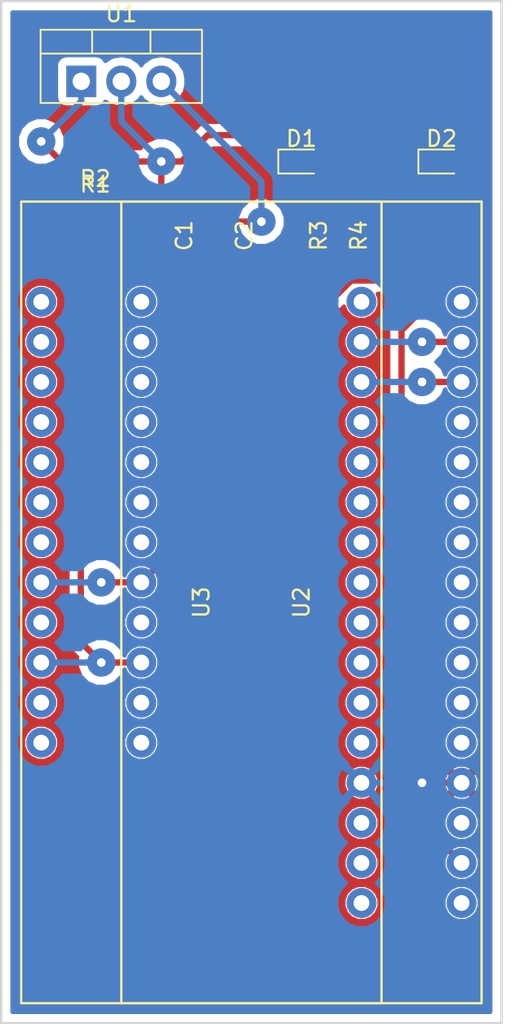
<source format=kicad_pcb>
(kicad_pcb (version 20171130) (host pcbnew "(5.0.0-rc2-dev-620-g5d71153ea)")

  (general
    (thickness 1.6)
    (drawings 11)
    (tracks 69)
    (zones 0)
    (modules 11)
    (nets 11)
  )

  (page A4)
  (layers
    (0 F.Cu signal)
    (31 B.Cu signal)
    (32 B.Adhes user)
    (33 F.Adhes user)
    (34 B.Paste user)
    (35 F.Paste user)
    (36 B.SilkS user)
    (37 F.SilkS user)
    (38 B.Mask user)
    (39 F.Mask user)
    (40 Dwgs.User user)
    (41 Cmts.User user)
    (42 Eco1.User user)
    (43 Eco2.User user)
    (44 Edge.Cuts user)
    (45 Margin user)
    (46 B.CrtYd user)
    (47 F.CrtYd user)
    (48 B.Fab user)
    (49 F.Fab user)
  )

  (setup
    (last_trace_width 0.4)
    (trace_clearance 0.2)
    (zone_clearance 0.508)
    (zone_45_only no)
    (trace_min 0.2)
    (segment_width 0.2)
    (edge_width 0.15)
    (via_size 1.8)
    (via_drill 0.55)
    (via_min_size 0.4)
    (via_min_drill 0.3)
    (uvia_size 0.3)
    (uvia_drill 0.1)
    (uvias_allowed no)
    (uvia_min_size 0.2)
    (uvia_min_drill 0.1)
    (pcb_text_width 0.3)
    (pcb_text_size 1.5 1.5)
    (mod_edge_width 0.15)
    (mod_text_size 1 1)
    (mod_text_width 0.15)
    (pad_size 1.9 1.9)
    (pad_drill 1)
    (pad_to_mask_clearance 0.2)
    (aux_axis_origin 0 0)
    (visible_elements FFFFFF7F)
    (pcbplotparams
      (layerselection 0x010fc_ffffffff)
      (usegerberextensions false)
      (usegerberattributes false)
      (usegerberadvancedattributes false)
      (creategerberjobfile false)
      (excludeedgelayer true)
      (linewidth 0.100000)
      (plotframeref false)
      (viasonmask false)
      (mode 1)
      (useauxorigin false)
      (hpglpennumber 1)
      (hpglpenspeed 20)
      (hpglpendiameter 15)
      (psnegative false)
      (psa4output false)
      (plotreference true)
      (plotvalue true)
      (plotinvisibletext false)
      (padsonsilk false)
      (subtractmaskfromsilk false)
      (outputformat 1)
      (mirror false)
      (drillshape 1)
      (scaleselection 1)
      (outputdirectory ""))
  )

  (net 0 "")
  (net 1 VBUS)
  (net 2 GND)
  (net 3 "Net-(U2-Pad26)")
  (net 4 "Net-(U2-Pad27)")
  (net 5 VDD)
  (net 6 "Net-(D1-Pad1)")
  (net 7 "Net-(U3-Pad14)")
  (net 8 /Adj)
  (net 9 "Net-(D2-Pad2)")
  (net 10 "Net-(D2-Pad1)")

  (net_class Default "This is the default net class."
    (clearance 0.2)
    (trace_width 0.4)
    (via_dia 1.8)
    (via_drill 0.55)
    (uvia_dia 0.3)
    (uvia_drill 0.1)
    (add_net /Adj)
    (add_net GND)
    (add_net "Net-(D1-Pad1)")
    (add_net "Net-(D2-Pad1)")
    (add_net "Net-(D2-Pad2)")
    (add_net "Net-(U2-Pad26)")
    (add_net "Net-(U2-Pad27)")
    (add_net "Net-(U3-Pad14)")
    (add_net VBUS)
    (add_net VDD)
  )

  (module LED_SMD:LED_0603_1608Metric_Pad0.82x1.00mm_HandSolder (layer F.Cu) (tedit 5AC5DB75) (tstamp 5B01A15C)
    (at 96.52 44.45)
    (descr "LED SMD 0603 (1608 Metric), square (rectangular) end terminal, IPC_7351 nominal, (Body size source: http://www.tortai-tech.com/upload/download/2011102023233369053.pdf), generated with kicad-footprint-generator")
    (tags "LED handsolder")
    (path /5AFF4A69)
    (attr smd)
    (fp_text reference D2 (at 0 -1.45) (layer F.SilkS)
      (effects (font (size 1 1) (thickness 0.15)))
    )
    (fp_text value LED_nReset (at 0 1.45) (layer F.Fab)
      (effects (font (size 1 1) (thickness 0.15)))
    )
    (fp_line (start 0.8 -0.4) (end -0.5 -0.4) (layer F.Fab) (width 0.1))
    (fp_line (start -0.5 -0.4) (end -0.8 -0.1) (layer F.Fab) (width 0.1))
    (fp_line (start -0.8 -0.1) (end -0.8 0.4) (layer F.Fab) (width 0.1))
    (fp_line (start -0.8 0.4) (end 0.8 0.4) (layer F.Fab) (width 0.1))
    (fp_line (start 0.8 0.4) (end 0.8 -0.4) (layer F.Fab) (width 0.1))
    (fp_line (start 0.8 -0.76) (end -1.47 -0.76) (layer F.SilkS) (width 0.12))
    (fp_line (start -1.47 -0.76) (end -1.47 0.76) (layer F.SilkS) (width 0.12))
    (fp_line (start -1.47 0.76) (end 0.8 0.76) (layer F.SilkS) (width 0.12))
    (fp_line (start -1.46 0.75) (end -1.46 -0.75) (layer F.CrtYd) (width 0.05))
    (fp_line (start -1.46 -0.75) (end 1.46 -0.75) (layer F.CrtYd) (width 0.05))
    (fp_line (start 1.46 -0.75) (end 1.46 0.75) (layer F.CrtYd) (width 0.05))
    (fp_line (start 1.46 0.75) (end -1.46 0.75) (layer F.CrtYd) (width 0.05))
    (fp_text user %R (at 0 0) (layer F.Fab)
      (effects (font (size 0.4 0.4) (thickness 0.06)))
    )
    (pad 1 smd rect (at -0.8 0) (size 0.82 1) (layers F.Cu F.Paste F.Mask)
      (net 10 "Net-(D2-Pad1)"))
    (pad 2 smd rect (at 0.8 0) (size 0.82 1) (layers F.Cu F.Paste F.Mask)
      (net 9 "Net-(D2-Pad2)"))
    (model ${KISYS3DMOD}/LED_SMD.3dshapes/LED_0603_1608Metric.wrl
      (at (xyz 0 0 0))
      (scale (xyz 1 1 1))
      (rotate (xyz 0 0 0))
    )
  )

  (module Resistor_SMD:R_0603_1608Metric_Pad0.99x1.00mm_HandSolder (layer F.Cu) (tedit 5AC5DB74) (tstamp 5B01A0F3)
    (at 92.71 49.1475 90)
    (descr "Resistor SMD 0603 (1608 Metric), square (rectangular) end terminal, IPC_7351 nominal with elongated pad for handsoldering. (Body size source: http://www.tortai-tech.com/upload/download/2011102023233369053.pdf), generated with kicad-footprint-generator")
    (tags "resistor handsolder")
    (path /5AFF4ACE)
    (attr smd)
    (fp_text reference R4 (at 0 -1.45 90) (layer F.SilkS)
      (effects (font (size 1 1) (thickness 0.15)))
    )
    (fp_text value 100 (at 0 1.45 90) (layer F.Fab)
      (effects (font (size 1 1) (thickness 0.15)))
    )
    (fp_line (start -0.8 0.4) (end -0.8 -0.4) (layer F.Fab) (width 0.1))
    (fp_line (start -0.8 -0.4) (end 0.8 -0.4) (layer F.Fab) (width 0.1))
    (fp_line (start 0.8 -0.4) (end 0.8 0.4) (layer F.Fab) (width 0.1))
    (fp_line (start 0.8 0.4) (end -0.8 0.4) (layer F.Fab) (width 0.1))
    (fp_line (start -1.64 0.75) (end -1.64 -0.75) (layer F.CrtYd) (width 0.05))
    (fp_line (start -1.64 -0.75) (end 1.64 -0.75) (layer F.CrtYd) (width 0.05))
    (fp_line (start 1.64 -0.75) (end 1.64 0.75) (layer F.CrtYd) (width 0.05))
    (fp_line (start 1.64 0.75) (end -1.64 0.75) (layer F.CrtYd) (width 0.05))
    (fp_text user %R (at 0 0 90) (layer F.Fab)
      (effects (font (size 0.4 0.4) (thickness 0.06)))
    )
    (pad 1 smd rect (at -0.8875 0 90) (size 0.995 1) (layers F.Cu F.Paste F.Mask)
      (net 2 GND))
    (pad 2 smd rect (at 0.8875 0 90) (size 0.995 1) (layers F.Cu F.Paste F.Mask)
      (net 10 "Net-(D2-Pad1)"))
    (model ${KISYS3DMOD}/Resistor_SMD.3dshapes/R_0603_1608Metric.wrl
      (at (xyz 0 0 0))
      (scale (xyz 1 1 1))
      (rotate (xyz 0 0 0))
    )
  )

  (module Capacitor_SMD:C_0603_1608Metric_Pad0.99x1.00mm_HandSolder (layer F.Cu) (tedit 5AC5DB74) (tstamp 5B013E42)
    (at 82.55 49.1475 270)
    (descr "Capacitor SMD 0603 (1608 Metric), square (rectangular) end terminal, IPC_7351 nominal with elongated pad for handsoldering. (Body size source: http://www.tortai-tech.com/upload/download/2011102023233369053.pdf), generated with kicad-footprint-generator")
    (tags "capacitor handsolder")
    (path /5AFF2160)
    (attr smd)
    (fp_text reference C2 (at 0 -1.45 270) (layer F.SilkS)
      (effects (font (size 1 1) (thickness 0.15)))
    )
    (fp_text value 0.1µF (at 0 1.45 270) (layer F.Fab)
      (effects (font (size 1 1) (thickness 0.15)))
    )
    (fp_text user %R (at 0 0 270) (layer F.Fab)
      (effects (font (size 0.4 0.4) (thickness 0.06)))
    )
    (fp_line (start 1.64 0.75) (end -1.64 0.75) (layer F.CrtYd) (width 0.05))
    (fp_line (start 1.64 -0.75) (end 1.64 0.75) (layer F.CrtYd) (width 0.05))
    (fp_line (start -1.64 -0.75) (end 1.64 -0.75) (layer F.CrtYd) (width 0.05))
    (fp_line (start -1.64 0.75) (end -1.64 -0.75) (layer F.CrtYd) (width 0.05))
    (fp_line (start 0.8 0.4) (end -0.8 0.4) (layer F.Fab) (width 0.1))
    (fp_line (start 0.8 -0.4) (end 0.8 0.4) (layer F.Fab) (width 0.1))
    (fp_line (start -0.8 -0.4) (end 0.8 -0.4) (layer F.Fab) (width 0.1))
    (fp_line (start -0.8 0.4) (end -0.8 -0.4) (layer F.Fab) (width 0.1))
    (pad 2 smd rect (at 0.8875 0 270) (size 0.995 1) (layers F.Cu F.Paste F.Mask)
      (net 2 GND))
    (pad 1 smd rect (at -0.8875 0 270) (size 0.995 1) (layers F.Cu F.Paste F.Mask)
      (net 1 VBUS))
    (model ${KISYS3DMOD}/Capacitor_SMD.3dshapes/C_0603_1608Metric.wrl
      (at (xyz 0 0 0))
      (scale (xyz 1 1 1))
      (rotate (xyz 0 0 0))
    )
  )

  (module custom:Adafruit_HUZZAH32 (layer F.Cu) (tedit 5AFF1ABE) (tstamp 5B013DA6)
    (at 99.06 97.79 90)
    (path /5AFF145E)
    (fp_text reference U2 (at 25.4 -11.43 90) (layer F.SilkS)
      (effects (font (size 1 1) (thickness 0.15)))
    )
    (fp_text value Huzzah32_fake (at 25.4 -16.51 90) (layer F.Fab)
      (effects (font (size 1 1) (thickness 0.15)))
    )
    (fp_line (start 0 -22.86) (end 0 0) (layer F.SilkS) (width 0.15))
    (fp_line (start 50.8 -22.86) (end 0 -22.86) (layer F.SilkS) (width 0.15))
    (fp_line (start 50.8 0) (end 50.8 -22.86) (layer F.SilkS) (width 0.15))
    (fp_line (start 0 0) (end 50.8 0) (layer F.SilkS) (width 0.15))
    (pad 28 thru_hole circle (at 44.45 -1.27 90) (size 1.9 1.9) (drill 1) (layers *.Mask F.Cu))
    (pad 27 thru_hole circle (at 41.91 -1.27 90) (size 1.9 1.9) (drill 1) (layers *.Mask F.Cu)
      (net 4 "Net-(U2-Pad27)"))
    (pad 26 thru_hole circle (at 39.37 -1.27 90) (size 1.9 1.9) (drill 1) (layers *.Mask F.Cu)
      (net 3 "Net-(U2-Pad26)"))
    (pad 25 thru_hole circle (at 36.83 -1.27 90) (size 1.9 1.9) (drill 1) (layers *.Mask F.Cu))
    (pad 24 thru_hole circle (at 34.29 -1.27 90) (size 1.9 1.9) (drill 1) (layers *.Mask F.Cu))
    (pad 23 thru_hole circle (at 31.75 -1.27 90) (size 1.9 1.9) (drill 1) (layers *.Mask F.Cu))
    (pad 22 thru_hole circle (at 29.21 -1.27 90) (size 1.9 1.9) (drill 1) (layers *.Mask F.Cu))
    (pad 21 thru_hole circle (at 26.67 -1.27 90) (size 1.9 1.9) (drill 1) (layers *.Mask F.Cu))
    (pad 20 thru_hole circle (at 24.13 -1.27 90) (size 1.9 1.9) (drill 1) (layers *.Mask F.Cu))
    (pad 19 thru_hole circle (at 21.59 -1.27 90) (size 1.9 1.9) (drill 1) (layers *.Mask F.Cu))
    (pad 18 thru_hole circle (at 19.05 -1.27 90) (size 1.9 1.9) (drill 1) (layers *.Mask F.Cu))
    (pad 17 thru_hole circle (at 16.51 -1.27 90) (size 1.9 1.9) (drill 1) (layers *.Mask F.Cu))
    (pad 16 thru_hole circle (at 13.97 -1.27 90) (size 1.9 1.9) (drill 1) (layers *.Mask F.Cu)
      (net 2 GND))
    (pad 15 thru_hole circle (at 11.43 -1.27 90) (size 1.9 1.9) (drill 1) (layers *.Mask F.Cu))
    (pad 14 thru_hole circle (at 8.89 -1.27 90) (size 1.9 1.9) (drill 1) (layers *.Mask F.Cu)
      (net 5 VDD))
    (pad 13 thru_hole circle (at 6.35 -1.27 90) (size 1.9 1.9) (drill 1) (layers *.Mask F.Cu))
    (pad 12 thru_hole circle (at 44.45 -21.59 90) (size 1.9 1.9) (drill 1) (layers *.Mask F.Cu))
    (pad 11 thru_hole circle (at 41.91 -21.59 90) (size 1.9 1.9) (drill 1) (layers *.Mask F.Cu))
    (pad 10 thru_hole circle (at 39.37 -21.59 90) (size 1.9 1.9) (drill 1) (layers *.Mask F.Cu))
    (pad 9 thru_hole circle (at 36.83 -21.59 90) (size 1.9 1.9) (drill 1) (layers *.Mask F.Cu))
    (pad 8 thru_hole circle (at 34.29 -21.59 90) (size 1.9 1.9) (drill 1) (layers *.Mask F.Cu))
    (pad 7 thru_hole circle (at 31.75 -21.59 90) (size 1.9 1.9) (drill 1) (layers *.Mask F.Cu))
    (pad 6 thru_hole circle (at 29.21 -21.59 90) (size 1.9 1.9) (drill 1) (layers *.Mask F.Cu))
    (pad 5 thru_hole circle (at 26.67 -21.59 90) (size 1.9 1.9) (drill 1) (layers *.Mask F.Cu)
      (net 9 "Net-(D2-Pad2)"))
    (pad 4 thru_hole circle (at 24.13 -21.59 90) (size 1.9 1.9) (drill 1) (layers *.Mask F.Cu))
    (pad 3 thru_hole circle (at 21.59 -21.59 90) (size 1.9 1.9) (drill 1) (layers *.Mask F.Cu)
      (net 1 VBUS))
    (pad 2 thru_hole circle (at 19.05 -21.59 90) (size 1.9 1.9) (drill 1) (layers *.Mask F.Cu))
    (pad 1 thru_hole circle (at 16.51 -21.59 90) (size 1.9 1.9) (drill 1) (layers *.Mask F.Cu))
  )

  (module Capacitor_SMD:C_0603_1608Metric_Pad0.99x1.00mm_HandSolder (layer F.Cu) (tedit 5AC5DB74) (tstamp 5B015724)
    (at 78.74 49.1475 270)
    (descr "Capacitor SMD 0603 (1608 Metric), square (rectangular) end terminal, IPC_7351 nominal with elongated pad for handsoldering. (Body size source: http://www.tortai-tech.com/upload/download/2011102023233369053.pdf), generated with kicad-footprint-generator")
    (tags "capacitor handsolder")
    (path /5AFF289A)
    (attr smd)
    (fp_text reference C1 (at 0 -1.45 270) (layer F.SilkS)
      (effects (font (size 1 1) (thickness 0.15)))
    )
    (fp_text value 1.0µF (at 0 1.45 270) (layer F.Fab)
      (effects (font (size 1 1) (thickness 0.15)))
    )
    (fp_line (start -0.8 0.4) (end -0.8 -0.4) (layer F.Fab) (width 0.1))
    (fp_line (start -0.8 -0.4) (end 0.8 -0.4) (layer F.Fab) (width 0.1))
    (fp_line (start 0.8 -0.4) (end 0.8 0.4) (layer F.Fab) (width 0.1))
    (fp_line (start 0.8 0.4) (end -0.8 0.4) (layer F.Fab) (width 0.1))
    (fp_line (start -1.64 0.75) (end -1.64 -0.75) (layer F.CrtYd) (width 0.05))
    (fp_line (start -1.64 -0.75) (end 1.64 -0.75) (layer F.CrtYd) (width 0.05))
    (fp_line (start 1.64 -0.75) (end 1.64 0.75) (layer F.CrtYd) (width 0.05))
    (fp_line (start 1.64 0.75) (end -1.64 0.75) (layer F.CrtYd) (width 0.05))
    (fp_text user %R (at 0 0 270) (layer F.Fab)
      (effects (font (size 0.4 0.4) (thickness 0.06)))
    )
    (pad 1 smd rect (at -0.8875 0 270) (size 0.995 1) (layers F.Cu F.Paste F.Mask)
      (net 5 VDD))
    (pad 2 smd rect (at 0.8875 0 270) (size 0.995 1) (layers F.Cu F.Paste F.Mask)
      (net 2 GND))
    (model ${KISYS3DMOD}/Capacitor_SMD.3dshapes/C_0603_1608Metric.wrl
      (at (xyz 0 0 0))
      (scale (xyz 1 1 1))
      (rotate (xyz 0 0 0))
    )
  )

  (module LED_SMD:LED_0603_1608Metric_Pad0.82x1.00mm_HandSolder (layer F.Cu) (tedit 5AC5DB75) (tstamp 5B013E24)
    (at 87.63 44.45)
    (descr "LED SMD 0603 (1608 Metric), square (rectangular) end terminal, IPC_7351 nominal, (Body size source: http://www.tortai-tech.com/upload/download/2011102023233369053.pdf), generated with kicad-footprint-generator")
    (tags "LED handsolder")
    (path /5AFF2E3A)
    (attr smd)
    (fp_text reference D1 (at 0 -1.45) (layer F.SilkS)
      (effects (font (size 1 1) (thickness 0.15)))
    )
    (fp_text value LED_vdd (at 0 1.45) (layer F.Fab)
      (effects (font (size 1 1) (thickness 0.15)))
    )
    (fp_line (start 0.8 -0.4) (end -0.5 -0.4) (layer F.Fab) (width 0.1))
    (fp_line (start -0.5 -0.4) (end -0.8 -0.1) (layer F.Fab) (width 0.1))
    (fp_line (start -0.8 -0.1) (end -0.8 0.4) (layer F.Fab) (width 0.1))
    (fp_line (start -0.8 0.4) (end 0.8 0.4) (layer F.Fab) (width 0.1))
    (fp_line (start 0.8 0.4) (end 0.8 -0.4) (layer F.Fab) (width 0.1))
    (fp_line (start 0.8 -0.76) (end -1.47 -0.76) (layer F.SilkS) (width 0.12))
    (fp_line (start -1.47 -0.76) (end -1.47 0.76) (layer F.SilkS) (width 0.12))
    (fp_line (start -1.47 0.76) (end 0.8 0.76) (layer F.SilkS) (width 0.12))
    (fp_line (start -1.46 0.75) (end -1.46 -0.75) (layer F.CrtYd) (width 0.05))
    (fp_line (start -1.46 -0.75) (end 1.46 -0.75) (layer F.CrtYd) (width 0.05))
    (fp_line (start 1.46 -0.75) (end 1.46 0.75) (layer F.CrtYd) (width 0.05))
    (fp_line (start 1.46 0.75) (end -1.46 0.75) (layer F.CrtYd) (width 0.05))
    (fp_text user %R (at 0 0) (layer F.Fab)
      (effects (font (size 0.4 0.4) (thickness 0.06)))
    )
    (pad 1 smd rect (at -0.8 0) (size 0.82 1) (layers F.Cu F.Paste F.Mask)
      (net 6 "Net-(D1-Pad1)"))
    (pad 2 smd rect (at 0.8 0) (size 0.82 1) (layers F.Cu F.Paste F.Mask)
      (net 5 VDD))
    (model ${KISYS3DMOD}/LED_SMD.3dshapes/LED_0603_1608Metric.wrl
      (at (xyz 0 0 0))
      (scale (xyz 1 1 1))
      (rotate (xyz 0 0 0))
    )
  )

  (module Package_TO_SOT_THT:TO-220-3_Vertical (layer F.Cu) (tedit 5AC8BA0D) (tstamp 5B0165E8)
    (at 73.66 39.37)
    (descr "TO-220-3, Vertical, RM 2.54mm, see https://www.vishay.com/docs/66542/to-220-1.pdf")
    (tags "TO-220-3 Vertical RM 2.54mm")
    (path /5AFF2333)
    (fp_text reference U1 (at 2.54 -4.27) (layer F.SilkS)
      (effects (font (size 1 1) (thickness 0.15)))
    )
    (fp_text value LM317_3PinPackage (at 2.54 2.5) (layer F.Fab)
      (effects (font (size 1 1) (thickness 0.15)))
    )
    (fp_line (start -2.46 -3.15) (end -2.46 1.25) (layer F.Fab) (width 0.1))
    (fp_line (start -2.46 1.25) (end 7.54 1.25) (layer F.Fab) (width 0.1))
    (fp_line (start 7.54 1.25) (end 7.54 -3.15) (layer F.Fab) (width 0.1))
    (fp_line (start 7.54 -3.15) (end -2.46 -3.15) (layer F.Fab) (width 0.1))
    (fp_line (start -2.46 -1.88) (end 7.54 -1.88) (layer F.Fab) (width 0.1))
    (fp_line (start 0.69 -3.15) (end 0.69 -1.88) (layer F.Fab) (width 0.1))
    (fp_line (start 4.39 -3.15) (end 4.39 -1.88) (layer F.Fab) (width 0.1))
    (fp_line (start -2.58 -3.27) (end 7.66 -3.27) (layer F.SilkS) (width 0.12))
    (fp_line (start -2.58 1.371) (end 7.66 1.371) (layer F.SilkS) (width 0.12))
    (fp_line (start -2.58 -3.27) (end -2.58 1.371) (layer F.SilkS) (width 0.12))
    (fp_line (start 7.66 -3.27) (end 7.66 1.371) (layer F.SilkS) (width 0.12))
    (fp_line (start -2.58 -1.76) (end 7.66 -1.76) (layer F.SilkS) (width 0.12))
    (fp_line (start 0.69 -3.27) (end 0.69 -1.76) (layer F.SilkS) (width 0.12))
    (fp_line (start 4.391 -3.27) (end 4.391 -1.76) (layer F.SilkS) (width 0.12))
    (fp_line (start -2.71 -3.4) (end -2.71 1.51) (layer F.CrtYd) (width 0.05))
    (fp_line (start -2.71 1.51) (end 7.79 1.51) (layer F.CrtYd) (width 0.05))
    (fp_line (start 7.79 1.51) (end 7.79 -3.4) (layer F.CrtYd) (width 0.05))
    (fp_line (start 7.79 -3.4) (end -2.71 -3.4) (layer F.CrtYd) (width 0.05))
    (fp_text user %R (at 2.54 -4.27) (layer F.Fab)
      (effects (font (size 1 1) (thickness 0.15)))
    )
    (pad 1 thru_hole rect (at 0 0) (size 1.905 2) (drill 1.1) (layers *.Cu *.Mask)
      (net 8 /Adj))
    (pad 2 thru_hole oval (at 2.54 0) (size 1.905 2) (drill 1.1) (layers *.Cu *.Mask)
      (net 5 VDD))
    (pad 3 thru_hole oval (at 5.08 0) (size 1.905 2) (drill 1.1) (layers *.Cu *.Mask)
      (net 1 VBUS))
    (model ${KISYS3DMOD}/Package_TO_SOT_THT.3dshapes/TO-220-3_Vertical.wrl
      (at (xyz 0 0 0))
      (scale (xyz 1 1 1))
      (rotate (xyz 0 0 0))
    )
  )

  (module Resistor_SMD:R_0603_1608Metric_Pad0.99x1.00mm_HandSolder (layer F.Cu) (tedit 5AC5DB74) (tstamp 5B013DF7)
    (at 90.17 49.1475 90)
    (descr "Resistor SMD 0603 (1608 Metric), square (rectangular) end terminal, IPC_7351 nominal with elongated pad for handsoldering. (Body size source: http://www.tortai-tech.com/upload/download/2011102023233369053.pdf), generated with kicad-footprint-generator")
    (tags "resistor handsolder")
    (path /5AFF2EB3)
    (attr smd)
    (fp_text reference R3 (at 0 -1.45 90) (layer F.SilkS)
      (effects (font (size 1 1) (thickness 0.15)))
    )
    (fp_text value 100 (at 0 1.45 90) (layer F.Fab)
      (effects (font (size 1 1) (thickness 0.15)))
    )
    (fp_line (start -0.8 0.4) (end -0.8 -0.4) (layer F.Fab) (width 0.1))
    (fp_line (start -0.8 -0.4) (end 0.8 -0.4) (layer F.Fab) (width 0.1))
    (fp_line (start 0.8 -0.4) (end 0.8 0.4) (layer F.Fab) (width 0.1))
    (fp_line (start 0.8 0.4) (end -0.8 0.4) (layer F.Fab) (width 0.1))
    (fp_line (start -1.64 0.75) (end -1.64 -0.75) (layer F.CrtYd) (width 0.05))
    (fp_line (start -1.64 -0.75) (end 1.64 -0.75) (layer F.CrtYd) (width 0.05))
    (fp_line (start 1.64 -0.75) (end 1.64 0.75) (layer F.CrtYd) (width 0.05))
    (fp_line (start 1.64 0.75) (end -1.64 0.75) (layer F.CrtYd) (width 0.05))
    (fp_text user %R (at 0 0 90) (layer F.Fab)
      (effects (font (size 0.4 0.4) (thickness 0.06)))
    )
    (pad 1 smd rect (at -0.8875 0 90) (size 0.995 1) (layers F.Cu F.Paste F.Mask)
      (net 2 GND))
    (pad 2 smd rect (at 0.8875 0 90) (size 0.995 1) (layers F.Cu F.Paste F.Mask)
      (net 6 "Net-(D1-Pad1)"))
    (model ${KISYS3DMOD}/Resistor_SMD.3dshapes/R_0603_1608Metric.wrl
      (at (xyz 0 0 0))
      (scale (xyz 1 1 1))
      (rotate (xyz 0 0 0))
    )
  )

  (module Resistor_SMD:R_0603_1608Metric_Pad0.99x1.00mm_HandSolder (layer F.Cu) (tedit 5AC5DB74) (tstamp 5B0161F0)
    (at 74.5475 46.99)
    (descr "Resistor SMD 0603 (1608 Metric), square (rectangular) end terminal, IPC_7351 nominal with elongated pad for handsoldering. (Body size source: http://www.tortai-tech.com/upload/download/2011102023233369053.pdf), generated with kicad-footprint-generator")
    (tags "resistor handsolder")
    (path /5AFF24B5)
    (attr smd)
    (fp_text reference R2 (at 0 -1.45) (layer F.SilkS)
      (effects (font (size 1 1) (thickness 0.15)))
    )
    (fp_text value 390 (at 0 1.45) (layer F.Fab)
      (effects (font (size 1 1) (thickness 0.15)))
    )
    (fp_text user %R (at 0 0) (layer F.Fab)
      (effects (font (size 0.4 0.4) (thickness 0.06)))
    )
    (fp_line (start 1.64 0.75) (end -1.64 0.75) (layer F.CrtYd) (width 0.05))
    (fp_line (start 1.64 -0.75) (end 1.64 0.75) (layer F.CrtYd) (width 0.05))
    (fp_line (start -1.64 -0.75) (end 1.64 -0.75) (layer F.CrtYd) (width 0.05))
    (fp_line (start -1.64 0.75) (end -1.64 -0.75) (layer F.CrtYd) (width 0.05))
    (fp_line (start 0.8 0.4) (end -0.8 0.4) (layer F.Fab) (width 0.1))
    (fp_line (start 0.8 -0.4) (end 0.8 0.4) (layer F.Fab) (width 0.1))
    (fp_line (start -0.8 -0.4) (end 0.8 -0.4) (layer F.Fab) (width 0.1))
    (fp_line (start -0.8 0.4) (end -0.8 -0.4) (layer F.Fab) (width 0.1))
    (pad 2 smd rect (at 0.8875 0) (size 0.995 1) (layers F.Cu F.Paste F.Mask)
      (net 2 GND))
    (pad 1 smd rect (at -0.8875 0) (size 0.995 1) (layers F.Cu F.Paste F.Mask)
      (net 8 /Adj))
    (model ${KISYS3DMOD}/Resistor_SMD.3dshapes/R_0603_1608Metric.wrl
      (at (xyz 0 0 0))
      (scale (xyz 1 1 1))
      (rotate (xyz 0 0 0))
    )
  )

  (module Resistor_SMD:R_0603_1608Metric_Pad0.99x1.00mm_HandSolder (layer F.Cu) (tedit 5AC5DB74) (tstamp 5B013DD9)
    (at 74.5475 44.45 180)
    (descr "Resistor SMD 0603 (1608 Metric), square (rectangular) end terminal, IPC_7351 nominal with elongated pad for handsoldering. (Body size source: http://www.tortai-tech.com/upload/download/2011102023233369053.pdf), generated with kicad-footprint-generator")
    (tags "resistor handsolder")
    (path /5AFF268B)
    (attr smd)
    (fp_text reference R1 (at 0 -1.45 180) (layer F.SilkS)
      (effects (font (size 1 1) (thickness 0.15)))
    )
    (fp_text value 240 (at 0 1.45 180) (layer F.Fab)
      (effects (font (size 1 1) (thickness 0.15)))
    )
    (fp_line (start -0.8 0.4) (end -0.8 -0.4) (layer F.Fab) (width 0.1))
    (fp_line (start -0.8 -0.4) (end 0.8 -0.4) (layer F.Fab) (width 0.1))
    (fp_line (start 0.8 -0.4) (end 0.8 0.4) (layer F.Fab) (width 0.1))
    (fp_line (start 0.8 0.4) (end -0.8 0.4) (layer F.Fab) (width 0.1))
    (fp_line (start -1.64 0.75) (end -1.64 -0.75) (layer F.CrtYd) (width 0.05))
    (fp_line (start -1.64 -0.75) (end 1.64 -0.75) (layer F.CrtYd) (width 0.05))
    (fp_line (start 1.64 -0.75) (end 1.64 0.75) (layer F.CrtYd) (width 0.05))
    (fp_line (start 1.64 0.75) (end -1.64 0.75) (layer F.CrtYd) (width 0.05))
    (fp_text user %R (at 0 0 180) (layer F.Fab)
      (effects (font (size 0.4 0.4) (thickness 0.06)))
    )
    (pad 1 smd rect (at -0.8875 0 180) (size 0.995 1) (layers F.Cu F.Paste F.Mask)
      (net 5 VDD))
    (pad 2 smd rect (at 0.8875 0 180) (size 0.995 1) (layers F.Cu F.Paste F.Mask)
      (net 8 /Adj))
    (model ${KISYS3DMOD}/Resistor_SMD.3dshapes/R_0603_1608Metric.wrl
      (at (xyz 0 0 0))
      (scale (xyz 1 1 1))
      (rotate (xyz 0 0 0))
    )
  )

  (module custom:Adafruit_HUZZAH32 (layer F.Cu) (tedit 5AFF1AE2) (tstamp 5B0154A4)
    (at 92.71 97.79 90)
    (path /5AFF1502)
    (fp_text reference U3 (at 25.4 -11.43 90) (layer F.SilkS)
      (effects (font (size 1 1) (thickness 0.15)))
    )
    (fp_text value Huzzah32_real (at 25.4 -16.51 90) (layer F.Fab)
      (effects (font (size 1 1) (thickness 0.15)))
    )
    (fp_line (start 0 -22.86) (end 0 0) (layer F.SilkS) (width 0.15))
    (fp_line (start 50.8 -22.86) (end 0 -22.86) (layer F.SilkS) (width 0.15))
    (fp_line (start 50.8 0) (end 50.8 -22.86) (layer F.SilkS) (width 0.15))
    (fp_line (start 0 0) (end 50.8 0) (layer F.SilkS) (width 0.15))
    (pad 28 thru_hole circle (at 44.45 -1.27 90) (size 1.9 1.9) (drill 1) (layers *.Mask B.Cu))
    (pad 27 thru_hole circle (at 41.91 -1.27 90) (size 1.9 1.9) (drill 1) (layers *.Mask B.Cu)
      (net 4 "Net-(U2-Pad27)"))
    (pad 26 thru_hole circle (at 39.37 -1.27 90) (size 1.9 1.9) (drill 1) (layers *.Mask B.Cu)
      (net 3 "Net-(U2-Pad26)"))
    (pad 25 thru_hole circle (at 36.83 -1.27 90) (size 1.9 1.9) (drill 1) (layers *.Mask B.Cu))
    (pad 24 thru_hole circle (at 34.29 -1.27 90) (size 1.9 1.9) (drill 1) (layers *.Mask B.Cu))
    (pad 23 thru_hole circle (at 31.75 -1.27 90) (size 1.9 1.9) (drill 1) (layers *.Mask B.Cu))
    (pad 22 thru_hole circle (at 29.21 -1.27 90) (size 1.9 1.9) (drill 1) (layers *.Mask B.Cu))
    (pad 21 thru_hole circle (at 26.67 -1.27 90) (size 1.9 1.9) (drill 1) (layers *.Mask B.Cu))
    (pad 20 thru_hole circle (at 24.13 -1.27 90) (size 1.9 1.9) (drill 1) (layers *.Mask B.Cu))
    (pad 19 thru_hole circle (at 21.59 -1.27 90) (size 1.9 1.9) (drill 1) (layers *.Mask B.Cu))
    (pad 18 thru_hole circle (at 19.05 -1.27 90) (size 1.9 1.9) (drill 1) (layers *.Mask B.Cu))
    (pad 17 thru_hole circle (at 16.51 -1.27 90) (size 1.9 1.9) (drill 1) (layers *.Mask B.Cu))
    (pad 16 thru_hole circle (at 13.97 -1.27 90) (size 1.9 1.9) (drill 1) (layers *.Mask B.Cu)
      (net 2 GND))
    (pad 15 thru_hole circle (at 11.43 -1.27 90) (size 1.9 1.9) (drill 1) (layers *.Mask B.Cu))
    (pad 14 thru_hole circle (at 8.89 -1.27 90) (size 1.9 1.9) (drill 1) (layers *.Mask B.Cu)
      (net 7 "Net-(U3-Pad14)"))
    (pad 13 thru_hole circle (at 6.35 -1.27 90) (size 1.9 1.9) (drill 1) (layers *.Mask B.Cu))
    (pad 12 thru_hole circle (at 44.45 -21.59 90) (size 1.9 1.9) (drill 1) (layers *.Mask B.Cu))
    (pad 11 thru_hole circle (at 41.91 -21.59 90) (size 1.9 1.9) (drill 1) (layers *.Mask B.Cu))
    (pad 10 thru_hole circle (at 39.37 -21.59 90) (size 1.9 1.9) (drill 1) (layers *.Mask B.Cu))
    (pad 9 thru_hole circle (at 36.83 -21.59 90) (size 1.9 1.9) (drill 1) (layers *.Mask B.Cu))
    (pad 8 thru_hole circle (at 34.29 -21.59 90) (size 1.9 1.9) (drill 1) (layers *.Mask B.Cu))
    (pad 7 thru_hole circle (at 31.75 -21.59 90) (size 1.9 1.9) (drill 1) (layers *.Mask B.Cu))
    (pad 6 thru_hole circle (at 29.21 -21.59 90) (size 1.9 1.9) (drill 1) (layers *.Mask B.Cu))
    (pad 5 thru_hole circle (at 26.67 -21.59 90) (size 1.9 1.9) (drill 1) (layers *.Mask B.Cu)
      (net 9 "Net-(D2-Pad2)"))
    (pad 4 thru_hole circle (at 24.13 -21.59 90) (size 1.9 1.9) (drill 1) (layers *.Mask B.Cu))
    (pad 3 thru_hole circle (at 21.59 -21.59 90) (size 1.9 1.9) (drill 1) (layers *.Mask B.Cu)
      (net 1 VBUS))
    (pad 2 thru_hole circle (at 19.05 -21.59 90) (size 1.9 1.9) (drill 1) (layers *.Mask B.Cu))
    (pad 1 thru_hole circle (at 16.51 -21.59 90) (size 1.9 1.9) (drill 1) (layers *.Mask B.Cu))
  )

  (gr_line (start 81.28 36.068) (end 71.12 36.068) (layer F.Adhes) (width 0.2))
  (gr_line (start 81.28 40.64) (end 81.28 36.068) (layer F.Adhes) (width 0.2))
  (gr_line (start 71.12 40.64) (end 81.28 40.64) (layer F.Adhes) (width 0.2))
  (gr_line (start 71.12 36.068) (end 71.12 40.64) (layer F.Adhes) (width 0.2))
  (gr_line (start 68.58 99.06) (end 68.58 34.29) (layer Edge.Cuts) (width 0.15))
  (gr_line (start 100.33 99.06) (end 68.58 99.06) (layer Edge.Cuts) (width 0.15))
  (gr_line (start 100.33 34.29) (end 100.33 99.06) (layer Edge.Cuts) (width 0.15))
  (gr_line (start 68.58 34.29) (end 100.33 34.29) (layer Edge.Cuts) (width 0.15))
  (gr_text ON (at 96.52 40.64) (layer F.Adhes)
    (effects (font (size 1.5 1.5) (thickness 0.3)))
  )
  (gr_text POWER (at 87.63 40.64) (layer F.Adhes)
    (effects (font (size 1.5 1.5) (thickness 0.3)))
  )
  (gr_text "PN PWR" (at 91.44 36.83) (layer F.Adhes)
    (effects (font (size 1.5 1.5) (thickness 0.3)))
  )

  (segment (start 71.12 76.2) (end 74.93 76.2) (width 0.4) (layer B.Cu) (net 1))
  (segment (start 77.47 76.2) (end 74.93 76.2) (width 0.4) (layer F.Cu) (net 1))
  (via (at 74.93 76.2) (size 1.8) (drill 0.55) (layers F.Cu B.Cu) (net 1))
  (segment (start 73.629999 74.899999) (end 74.030001 75.300001) (width 0.4) (layer F.Cu) (net 1))
  (segment (start 74.030001 75.300001) (end 74.93 76.2) (width 0.4) (layer F.Cu) (net 1))
  (segment (start 73.629999 55.181999) (end 73.629999 74.899999) (width 0.4) (layer F.Cu) (net 1))
  (segment (start 76.821999 51.989999) (end 73.629999 55.181999) (width 0.4) (layer F.Cu) (net 1))
  (segment (start 82.312503 51.989999) (end 76.821999 51.989999) (width 0.4) (layer F.Cu) (net 1))
  (segment (start 83.82 50.482502) (end 82.312503 51.989999) (width 0.4) (layer F.Cu) (net 1))
  (segment (start 82.5525 48.26) (end 83.82 49.5275) (width 0.4) (layer F.Cu) (net 1))
  (segment (start 83.82 49.5275) (end 83.82 50.482502) (width 0.4) (layer F.Cu) (net 1))
  (via (at 85.09 48.26) (size 1.8) (drill 0.55) (layers F.Cu B.Cu) (net 1))
  (segment (start 82.55 48.26) (end 82.5525 48.26) (width 0.4) (layer F.Cu) (net 1))
  (segment (start 82.5525 48.26) (end 85.09 48.26) (width 0.4) (layer F.Cu) (net 1))
  (segment (start 85.09 45.72) (end 85.09 48.26) (width 0.4) (layer B.Cu) (net 1))
  (segment (start 78.74 39.37) (end 85.09 45.72) (width 0.4) (layer B.Cu) (net 1))
  (segment (start 97.79 83.82) (end 95.28001 83.82) (width 0.4) (layer F.Cu) (net 2))
  (segment (start 91.44 83.82) (end 95.28001 83.82) (width 0.4) (layer B.Cu) (net 2))
  (via (at 95.28001 83.82) (size 1.8) (drill 0.55) (layers F.Cu B.Cu) (net 2))
  (via (at 95.28001 58.42) (size 1.8) (drill 0.55) (layers F.Cu B.Cu) (net 3))
  (segment (start 91.44 58.42) (end 95.28001 58.42) (width 0.4) (layer B.Cu) (net 3))
  (segment (start 97.79 58.42) (end 95.28001 58.42) (width 0.4) (layer F.Cu) (net 3))
  (segment (start 91.44 55.88) (end 95.28001 55.88) (width 0.4) (layer B.Cu) (net 4))
  (via (at 95.28001 55.88) (size 1.8) (drill 0.55) (layers F.Cu B.Cu) (net 4))
  (segment (start 97.79 55.88) (end 95.28001 55.88) (width 0.4) (layer F.Cu) (net 4))
  (segment (start 80.012792 44.449918) (end 78.74 44.449918) (width 0.4) (layer F.Cu) (net 5))
  (segment (start 80.012792 44.447208) (end 80.012792 44.449918) (width 0.4) (layer F.Cu) (net 5))
  (segment (start 86.36 42.77999) (end 81.68001 42.77999) (width 0.4) (layer F.Cu) (net 5))
  (segment (start 81.68001 42.77999) (end 80.012792 44.447208) (width 0.4) (layer F.Cu) (net 5))
  (segment (start 78.74 44.449918) (end 78.74 48.26) (width 0.4) (layer F.Cu) (net 5))
  (segment (start 88.43 43.55) (end 87.65999 42.77999) (width 0.4) (layer F.Cu) (net 5))
  (segment (start 86.36 42.77999) (end 87.63 42.77999) (width 0.4) (layer F.Cu) (net 5))
  (segment (start 87.65999 42.77999) (end 87.63 42.77999) (width 0.4) (layer F.Cu) (net 5))
  (segment (start 88.43 44.45) (end 88.43 43.55) (width 0.4) (layer F.Cu) (net 5))
  (segment (start 96.840001 87.950001) (end 97.79 88.9) (width 0.4) (layer F.Cu) (net 5))
  (segment (start 93.980009 85.090009) (end 96.840001 87.950001) (width 0.4) (layer F.Cu) (net 5))
  (segment (start 93.980009 55.151989) (end 93.980009 85.090009) (width 0.4) (layer F.Cu) (net 5))
  (segment (start 98.130001 51.001997) (end 93.980009 55.151989) (width 0.4) (layer F.Cu) (net 5))
  (segment (start 98.130001 43.629999) (end 98.130001 51.001997) (width 0.4) (layer F.Cu) (net 5))
  (segment (start 96.810012 42.31001) (end 98.130001 43.629999) (width 0.4) (layer F.Cu) (net 5))
  (segment (start 88.12997 42.31001) (end 96.810012 42.31001) (width 0.4) (layer F.Cu) (net 5))
  (segment (start 87.65999 42.77999) (end 88.12997 42.31001) (width 0.4) (layer F.Cu) (net 5))
  (segment (start 76.2 39.37) (end 76.2 41.909918) (width 0.4) (layer B.Cu) (net 5))
  (via (at 78.74 44.449918) (size 1.8) (drill 0.55) (layers F.Cu B.Cu) (net 5))
  (segment (start 76.2 41.909918) (end 78.74 44.449918) (width 0.4) (layer B.Cu) (net 5))
  (segment (start 78.739918 44.45) (end 78.74 44.449918) (width 0.4) (layer F.Cu) (net 5))
  (segment (start 75.435 44.45) (end 78.739918 44.45) (width 0.4) (layer F.Cu) (net 5))
  (segment (start 86.83 44.9225) (end 86.83 44.45) (width 0.4) (layer F.Cu) (net 6))
  (segment (start 90.1675 48.26) (end 86.83 44.9225) (width 0.4) (layer F.Cu) (net 6))
  (segment (start 90.17 48.26) (end 90.1675 48.26) (width 0.4) (layer F.Cu) (net 6))
  (via (at 71.12 43.18) (size 1.8) (drill 0.55) (layers F.Cu B.Cu) (net 8))
  (segment (start 73.66 44.45) (end 72.39 44.45) (width 0.4) (layer F.Cu) (net 8))
  (segment (start 72.39 44.45) (end 71.12 43.18) (width 0.4) (layer F.Cu) (net 8))
  (segment (start 73.66 40.64) (end 73.66 39.37) (width 0.4) (layer B.Cu) (net 8))
  (segment (start 71.12 43.18) (end 73.66 40.64) (width 0.4) (layer B.Cu) (net 8))
  (segment (start 73.66 44.45) (end 73.66 46.99) (width 0.4) (layer F.Cu) (net 8))
  (segment (start 71.12 71.12) (end 74.93 71.12) (width 0.4) (layer B.Cu) (net 9))
  (segment (start 77.47 71.12) (end 74.93 71.12) (width 0.4) (layer F.Cu) (net 9))
  (via (at 74.93 71.12) (size 1.8) (drill 0.55) (layers F.Cu B.Cu) (net 9))
  (segment (start 78.419999 70.170001) (end 77.47 71.12) (width 0.4) (layer F.Cu) (net 9))
  (segment (start 97.32 47.142502) (end 92.472503 51.989999) (width 0.4) (layer F.Cu) (net 9))
  (segment (start 97.32 44.45) (end 97.32 47.142502) (width 0.4) (layer F.Cu) (net 9))
  (segment (start 92.472503 51.989999) (end 90.791999 51.989999) (width 0.4) (layer F.Cu) (net 9))
  (segment (start 90.791999 51.989999) (end 83.82 58.961998) (width 0.4) (layer F.Cu) (net 9))
  (segment (start 83.82 58.961998) (end 83.82 64.77) (width 0.4) (layer F.Cu) (net 9))
  (segment (start 83.82 64.77) (end 78.419999 70.170001) (width 0.4) (layer F.Cu) (net 9))
  (segment (start 95.72 45.2525) (end 95.72 44.45) (width 0.4) (layer F.Cu) (net 10))
  (segment (start 92.7125 48.26) (end 95.72 45.2525) (width 0.4) (layer F.Cu) (net 10))
  (segment (start 92.71 48.26) (end 92.7125 48.26) (width 0.4) (layer F.Cu) (net 10))

  (zone (net 0) (net_name "") (layer F.Cu) (tstamp 0) (hatch edge 0.508)
    (connect_pads (clearance 0.508))
    (min_thickness 0.254)
    (keepout (tracks not_allowed) (vias not_allowed) (copperpour allowed))
    (fill (arc_segments 16) (thermal_gap 0.508) (thermal_bridge_width 0.508))
    (polygon
      (pts
        (xy 69.85 35.56) (xy 82.55 35.56) (xy 82.55 41.91) (xy 69.85 41.91)
      )
    )
  )
  (zone (net 0) (net_name "") (layer F.Cu) (tstamp 0) (hatch edge 0.508)
    (connect_pads (clearance 0.508))
    (min_thickness 0.254)
    (keepout (tracks not_allowed) (vias not_allowed) (copperpour allowed))
    (fill (arc_segments 16) (thermal_gap 0.508) (thermal_bridge_width 0.508))
    (polygon
      (pts
        (xy 86.36 35.56) (xy 86.36 38.1) (xy 96.52 38.1) (xy 96.52 35.56)
      )
    )
  )
  (zone (net 2) (net_name GND) (layer F.Cu) (tstamp 5B01B8A6) (hatch edge 0.508)
    (connect_pads (clearance 0.508))
    (min_thickness 0.254)
    (fill yes (arc_segments 16) (thermal_gap 0.508) (thermal_bridge_width 0.508))
    (polygon
      (pts
        (xy 68.58 34.29) (xy 68.58 99.06) (xy 100.33 99.06) (xy 100.33 34.29)
      )
    )
    (filled_polygon
      (pts
        (xy 99.620001 98.35) (xy 69.29 98.35) (xy 69.29 91.214234) (xy 90.305 91.214234) (xy 90.305 91.665766)
        (xy 90.477793 92.082926) (xy 90.797074 92.402207) (xy 91.214234 92.575) (xy 91.665766 92.575) (xy 92.082926 92.402207)
        (xy 92.402207 92.082926) (xy 92.575 91.665766) (xy 92.575 91.214234) (xy 92.402207 90.797074) (xy 92.082926 90.477793)
        (xy 91.665766 90.305) (xy 91.214234 90.305) (xy 90.797074 90.477793) (xy 90.477793 90.797074) (xy 90.305 91.214234)
        (xy 69.29 91.214234) (xy 69.29 88.674234) (xy 90.305 88.674234) (xy 90.305 89.125766) (xy 90.477793 89.542926)
        (xy 90.797074 89.862207) (xy 91.214234 90.035) (xy 91.665766 90.035) (xy 92.082926 89.862207) (xy 92.402207 89.542926)
        (xy 92.575 89.125766) (xy 92.575 88.674234) (xy 92.402207 88.257074) (xy 92.082926 87.937793) (xy 91.665766 87.765)
        (xy 91.214234 87.765) (xy 90.797074 87.937793) (xy 90.477793 88.257074) (xy 90.305 88.674234) (xy 69.29 88.674234)
        (xy 69.29 86.134234) (xy 90.305 86.134234) (xy 90.305 86.585766) (xy 90.477793 87.002926) (xy 90.797074 87.322207)
        (xy 91.214234 87.495) (xy 91.665766 87.495) (xy 92.082926 87.322207) (xy 92.402207 87.002926) (xy 92.575 86.585766)
        (xy 92.575 86.134234) (xy 92.402207 85.717074) (xy 92.082926 85.397793) (xy 91.665766 85.225) (xy 91.214234 85.225)
        (xy 90.797074 85.397793) (xy 90.477793 85.717074) (xy 90.305 86.134234) (xy 69.29 86.134234) (xy 69.29 83.594234)
        (xy 90.305 83.594234) (xy 90.305 84.045766) (xy 90.477793 84.462926) (xy 90.797074 84.782207) (xy 91.214234 84.955)
        (xy 91.665766 84.955) (xy 92.082926 84.782207) (xy 92.402207 84.462926) (xy 92.575 84.045766) (xy 92.575 83.594234)
        (xy 92.402207 83.177074) (xy 92.082926 82.857793) (xy 91.665766 82.685) (xy 91.214234 82.685) (xy 90.797074 82.857793)
        (xy 90.477793 83.177074) (xy 90.305 83.594234) (xy 69.29 83.594234) (xy 69.29 81.054234) (xy 69.985 81.054234)
        (xy 69.985 81.505766) (xy 70.157793 81.922926) (xy 70.477074 82.242207) (xy 70.894234 82.415) (xy 71.345766 82.415)
        (xy 71.762926 82.242207) (xy 72.082207 81.922926) (xy 72.255 81.505766) (xy 72.255 81.054234) (xy 72.082207 80.637074)
        (xy 71.762926 80.317793) (xy 71.345766 80.145) (xy 70.894234 80.145) (xy 70.477074 80.317793) (xy 70.157793 80.637074)
        (xy 69.985 81.054234) (xy 69.29 81.054234) (xy 69.29 78.514234) (xy 69.985 78.514234) (xy 69.985 78.965766)
        (xy 70.157793 79.382926) (xy 70.477074 79.702207) (xy 70.894234 79.875) (xy 71.345766 79.875) (xy 71.762926 79.702207)
        (xy 72.082207 79.382926) (xy 72.255 78.965766) (xy 72.255 78.514234) (xy 72.082207 78.097074) (xy 71.762926 77.777793)
        (xy 71.345766 77.605) (xy 70.894234 77.605) (xy 70.477074 77.777793) (xy 70.157793 78.097074) (xy 69.985 78.514234)
        (xy 69.29 78.514234) (xy 69.29 75.974234) (xy 69.985 75.974234) (xy 69.985 76.425766) (xy 70.157793 76.842926)
        (xy 70.477074 77.162207) (xy 70.894234 77.335) (xy 71.345766 77.335) (xy 71.762926 77.162207) (xy 72.082207 76.842926)
        (xy 72.255 76.425766) (xy 72.255 75.974234) (xy 72.082207 75.557074) (xy 71.762926 75.237793) (xy 71.345766 75.065)
        (xy 70.894234 75.065) (xy 70.477074 75.237793) (xy 70.157793 75.557074) (xy 69.985 75.974234) (xy 69.29 75.974234)
        (xy 69.29 73.434234) (xy 69.985 73.434234) (xy 69.985 73.885766) (xy 70.157793 74.302926) (xy 70.477074 74.622207)
        (xy 70.894234 74.795) (xy 71.345766 74.795) (xy 71.762926 74.622207) (xy 72.082207 74.302926) (xy 72.255 73.885766)
        (xy 72.255 73.434234) (xy 72.082207 73.017074) (xy 71.762926 72.697793) (xy 71.345766 72.525) (xy 70.894234 72.525)
        (xy 70.477074 72.697793) (xy 70.157793 73.017074) (xy 69.985 73.434234) (xy 69.29 73.434234) (xy 69.29 70.894234)
        (xy 69.985 70.894234) (xy 69.985 71.345766) (xy 70.157793 71.762926) (xy 70.477074 72.082207) (xy 70.894234 72.255)
        (xy 71.345766 72.255) (xy 71.762926 72.082207) (xy 72.082207 71.762926) (xy 72.255 71.345766) (xy 72.255 70.894234)
        (xy 72.082207 70.477074) (xy 71.762926 70.157793) (xy 71.345766 69.985) (xy 70.894234 69.985) (xy 70.477074 70.157793)
        (xy 70.157793 70.477074) (xy 69.985 70.894234) (xy 69.29 70.894234) (xy 69.29 68.354234) (xy 69.985 68.354234)
        (xy 69.985 68.805766) (xy 70.157793 69.222926) (xy 70.477074 69.542207) (xy 70.894234 69.715) (xy 71.345766 69.715)
        (xy 71.762926 69.542207) (xy 72.082207 69.222926) (xy 72.255 68.805766) (xy 72.255 68.354234) (xy 72.082207 67.937074)
        (xy 71.762926 67.617793) (xy 71.345766 67.445) (xy 70.894234 67.445) (xy 70.477074 67.617793) (xy 70.157793 67.937074)
        (xy 69.985 68.354234) (xy 69.29 68.354234) (xy 69.29 65.814234) (xy 69.985 65.814234) (xy 69.985 66.265766)
        (xy 70.157793 66.682926) (xy 70.477074 67.002207) (xy 70.894234 67.175) (xy 71.345766 67.175) (xy 71.762926 67.002207)
        (xy 72.082207 66.682926) (xy 72.255 66.265766) (xy 72.255 65.814234) (xy 72.082207 65.397074) (xy 71.762926 65.077793)
        (xy 71.345766 64.905) (xy 70.894234 64.905) (xy 70.477074 65.077793) (xy 70.157793 65.397074) (xy 69.985 65.814234)
        (xy 69.29 65.814234) (xy 69.29 63.274234) (xy 69.985 63.274234) (xy 69.985 63.725766) (xy 70.157793 64.142926)
        (xy 70.477074 64.462207) (xy 70.894234 64.635) (xy 71.345766 64.635) (xy 71.762926 64.462207) (xy 72.082207 64.142926)
        (xy 72.255 63.725766) (xy 72.255 63.274234) (xy 72.082207 62.857074) (xy 71.762926 62.537793) (xy 71.345766 62.365)
        (xy 70.894234 62.365) (xy 70.477074 62.537793) (xy 70.157793 62.857074) (xy 69.985 63.274234) (xy 69.29 63.274234)
        (xy 69.29 60.734234) (xy 69.985 60.734234) (xy 69.985 61.185766) (xy 70.157793 61.602926) (xy 70.477074 61.922207)
        (xy 70.894234 62.095) (xy 71.345766 62.095) (xy 71.762926 61.922207) (xy 72.082207 61.602926) (xy 72.255 61.185766)
        (xy 72.255 60.734234) (xy 72.082207 60.317074) (xy 71.762926 59.997793) (xy 71.345766 59.825) (xy 70.894234 59.825)
        (xy 70.477074 59.997793) (xy 70.157793 60.317074) (xy 69.985 60.734234) (xy 69.29 60.734234) (xy 69.29 58.194234)
        (xy 69.985 58.194234) (xy 69.985 58.645766) (xy 70.157793 59.062926) (xy 70.477074 59.382207) (xy 70.894234 59.555)
        (xy 71.345766 59.555) (xy 71.762926 59.382207) (xy 72.082207 59.062926) (xy 72.255 58.645766) (xy 72.255 58.194234)
        (xy 72.082207 57.777074) (xy 71.762926 57.457793) (xy 71.345766 57.285) (xy 70.894234 57.285) (xy 70.477074 57.457793)
        (xy 70.157793 57.777074) (xy 69.985 58.194234) (xy 69.29 58.194234) (xy 69.29 55.654234) (xy 69.985 55.654234)
        (xy 69.985 56.105766) (xy 70.157793 56.522926) (xy 70.477074 56.842207) (xy 70.894234 57.015) (xy 71.345766 57.015)
        (xy 71.762926 56.842207) (xy 72.082207 56.522926) (xy 72.255 56.105766) (xy 72.255 55.654234) (xy 72.082207 55.237074)
        (xy 71.762926 54.917793) (xy 71.345766 54.745) (xy 70.894234 54.745) (xy 70.477074 54.917793) (xy 70.157793 55.237074)
        (xy 69.985 55.654234) (xy 69.29 55.654234) (xy 69.29 53.114234) (xy 69.985 53.114234) (xy 69.985 53.565766)
        (xy 70.157793 53.982926) (xy 70.477074 54.302207) (xy 70.894234 54.475) (xy 71.345766 54.475) (xy 71.762926 54.302207)
        (xy 72.082207 53.982926) (xy 72.255 53.565766) (xy 72.255 53.114234) (xy 72.082207 52.697074) (xy 71.762926 52.377793)
        (xy 71.345766 52.205) (xy 70.894234 52.205) (xy 70.477074 52.377793) (xy 70.157793 52.697074) (xy 69.985 53.114234)
        (xy 69.29 53.114234) (xy 69.29 42.87467) (xy 69.585 42.87467) (xy 69.585 43.48533) (xy 69.81869 44.049507)
        (xy 70.250493 44.48131) (xy 70.81467 44.715) (xy 71.42533 44.715) (xy 71.459838 44.700706) (xy 71.741415 44.982282)
        (xy 71.787999 45.052001) (xy 72.064199 45.236552) (xy 72.307763 45.285) (xy 72.307766 45.285) (xy 72.389999 45.301357)
        (xy 72.472232 45.285) (xy 72.622632 45.285) (xy 72.704691 45.407809) (xy 72.825 45.488198) (xy 72.825001 45.951802)
        (xy 72.704691 46.032191) (xy 72.564343 46.242235) (xy 72.51506 46.49) (xy 72.51506 47.49) (xy 72.564343 47.737765)
        (xy 72.704691 47.947809) (xy 72.914735 48.088157) (xy 73.1625 48.13744) (xy 74.1575 48.13744) (xy 74.405265 48.088157)
        (xy 74.544558 47.995083) (xy 74.577802 48.028327) (xy 74.811191 48.125) (xy 75.14925 48.125) (xy 75.308 47.96625)
        (xy 75.308 47.117) (xy 75.562 47.117) (xy 75.562 47.96625) (xy 75.72075 48.125) (xy 76.058809 48.125)
        (xy 76.292198 48.028327) (xy 76.470827 47.849699) (xy 76.5675 47.61631) (xy 76.5675 47.27575) (xy 76.40875 47.117)
        (xy 75.562 47.117) (xy 75.308 47.117) (xy 75.288 47.117) (xy 75.288 46.863) (xy 75.308 46.863)
        (xy 75.308 46.01375) (xy 75.562 46.01375) (xy 75.562 46.863) (xy 76.40875 46.863) (xy 76.5675 46.70425)
        (xy 76.5675 46.36369) (xy 76.470827 46.130301) (xy 76.292198 45.951673) (xy 76.058809 45.855) (xy 75.72075 45.855)
        (xy 75.562 46.01375) (xy 75.308 46.01375) (xy 75.14925 45.855) (xy 74.811191 45.855) (xy 74.577802 45.951673)
        (xy 74.544558 45.984917) (xy 74.495 45.951802) (xy 74.495 45.488198) (xy 74.5475 45.453118) (xy 74.689735 45.548157)
        (xy 74.9375 45.59744) (xy 75.9325 45.59744) (xy 76.180265 45.548157) (xy 76.390309 45.407809) (xy 76.472368 45.285)
        (xy 77.424431 45.285) (xy 77.43869 45.319425) (xy 77.870493 45.751228) (xy 77.905 45.765521) (xy 77.905001 47.222632)
        (xy 77.782191 47.304691) (xy 77.641843 47.514735) (xy 77.59256 47.7625) (xy 77.59256 48.7575) (xy 77.641843 49.005265)
        (xy 77.734917 49.144558) (xy 77.701673 49.177802) (xy 77.605 49.411191) (xy 77.605 49.74925) (xy 77.76375 49.908)
        (xy 78.613 49.908) (xy 78.613 49.888) (xy 78.867 49.888) (xy 78.867 49.908) (xy 79.71625 49.908)
        (xy 79.875 49.74925) (xy 79.875 49.411191) (xy 79.778327 49.177802) (xy 79.745083 49.144558) (xy 79.838157 49.005265)
        (xy 79.88744 48.7575) (xy 79.88744 47.7625) (xy 79.838157 47.514735) (xy 79.697809 47.304691) (xy 79.575 47.222632)
        (xy 79.575 45.765521) (xy 79.609507 45.751228) (xy 80.04131 45.319425) (xy 80.052063 45.293464) (xy 80.095029 45.284918)
        (xy 80.338593 45.23647) (xy 80.614793 45.051919) (xy 80.666836 44.974031) (xy 82.025879 43.61499) (xy 85.880139 43.61499)
        (xy 85.821843 43.702235) (xy 85.77256 43.95) (xy 85.77256 44.95) (xy 85.821843 45.197765) (xy 85.962191 45.407809)
        (xy 86.172235 45.548157) (xy 86.300254 45.573621) (xy 89.02256 48.295928) (xy 89.02256 48.7575) (xy 89.071843 49.005265)
        (xy 89.164917 49.144558) (xy 89.131673 49.177802) (xy 89.035 49.411191) (xy 89.035 49.74925) (xy 89.19375 49.908)
        (xy 90.043 49.908) (xy 90.043 49.888) (xy 90.297 49.888) (xy 90.297 49.908) (xy 91.14625 49.908)
        (xy 91.305 49.74925) (xy 91.305 49.411191) (xy 91.208327 49.177802) (xy 91.175083 49.144558) (xy 91.268157 49.005265)
        (xy 91.31744 48.7575) (xy 91.31744 47.7625) (xy 91.268157 47.514735) (xy 91.127809 47.304691) (xy 90.917765 47.164343)
        (xy 90.67 47.11506) (xy 90.203428 47.11506) (xy 88.685807 45.59744) (xy 88.84 45.59744) (xy 89.087765 45.548157)
        (xy 89.297809 45.407809) (xy 89.438157 45.197765) (xy 89.48744 44.95) (xy 89.48744 43.95) (xy 89.438157 43.702235)
        (xy 89.297809 43.492191) (xy 89.265575 43.470653) (xy 89.216552 43.2242) (xy 89.216552 43.224199) (xy 89.16364 43.14501)
        (xy 96.464145 43.14501) (xy 96.669527 43.350393) (xy 96.662235 43.351843) (xy 96.52 43.446882) (xy 96.377765 43.351843)
        (xy 96.13 43.30256) (xy 95.31 43.30256) (xy 95.062235 43.351843) (xy 94.852191 43.492191) (xy 94.711843 43.702235)
        (xy 94.66256 43.95) (xy 94.66256 44.95) (xy 94.69227 45.099362) (xy 92.676573 47.11506) (xy 92.21 47.11506)
        (xy 91.962235 47.164343) (xy 91.752191 47.304691) (xy 91.611843 47.514735) (xy 91.56256 47.7625) (xy 91.56256 48.7575)
        (xy 91.611843 49.005265) (xy 91.704917 49.144558) (xy 91.671673 49.177802) (xy 91.575 49.411191) (xy 91.575 49.74925)
        (xy 91.73375 49.908) (xy 92.583 49.908) (xy 92.583 49.888) (xy 92.837 49.888) (xy 92.837 49.908)
        (xy 92.857 49.908) (xy 92.857 50.162) (xy 92.837 50.162) (xy 92.837 50.182) (xy 92.583 50.182)
        (xy 92.583 50.162) (xy 91.73375 50.162) (xy 91.575 50.32075) (xy 91.575 50.658809) (xy 91.671673 50.892198)
        (xy 91.850301 51.070827) (xy 92.05351 51.154999) (xy 90.874236 51.154999) (xy 90.84198 51.148583) (xy 91.029699 51.070827)
        (xy 91.208327 50.892198) (xy 91.305 50.658809) (xy 91.305 50.32075) (xy 91.14625 50.162) (xy 90.297 50.162)
        (xy 90.297 51.00875) (xy 90.45575 51.1675) (xy 90.646915 51.1675) (xy 90.466198 51.203447) (xy 90.189998 51.387998)
        (xy 90.143414 51.457716) (xy 83.28772 58.313411) (xy 83.217999 58.359997) (xy 83.033448 58.636198) (xy 82.985 58.879762)
        (xy 82.985 58.879765) (xy 82.968643 58.961998) (xy 82.985 59.044231) (xy 82.985001 64.424131) (xy 79.055 68.354133)
        (xy 79.055 68.264724) (xy 78.813698 67.68217) (xy 78.441528 67.31) (xy 78.813698 66.93783) (xy 79.055 66.355276)
        (xy 79.055 65.724724) (xy 78.813698 65.14217) (xy 78.441528 64.77) (xy 78.813698 64.39783) (xy 79.055 63.815276)
        (xy 79.055 63.184724) (xy 78.813698 62.60217) (xy 78.441528 62.23) (xy 78.813698 61.85783) (xy 79.055 61.275276)
        (xy 79.055 60.644724) (xy 78.813698 60.06217) (xy 78.441528 59.69) (xy 78.813698 59.31783) (xy 79.055 58.735276)
        (xy 79.055 58.104724) (xy 78.813698 57.52217) (xy 78.441528 57.15) (xy 78.813698 56.77783) (xy 79.055 56.195276)
        (xy 79.055 55.564724) (xy 78.813698 54.98217) (xy 78.441528 54.61) (xy 78.813698 54.23783) (xy 79.055 53.655276)
        (xy 79.055 53.024724) (xy 78.972271 52.824999) (xy 82.23027 52.824999) (xy 82.312503 52.841356) (xy 82.394736 52.824999)
        (xy 82.39474 52.824999) (xy 82.638304 52.776551) (xy 82.914504 52.592) (xy 82.96109 52.522279) (xy 84.352283 51.131087)
        (xy 84.422001 51.084503) (xy 84.606552 50.808303) (xy 84.655 50.564739) (xy 84.671358 50.482502) (xy 84.655 50.400265)
        (xy 84.655 50.32075) (xy 89.035 50.32075) (xy 89.035 50.658809) (xy 89.131673 50.892198) (xy 89.310301 51.070827)
        (xy 89.54369 51.1675) (xy 89.88425 51.1675) (xy 90.043 51.00875) (xy 90.043 50.162) (xy 89.19375 50.162)
        (xy 89.035 50.32075) (xy 84.655 50.32075) (xy 84.655 49.741289) (xy 84.78467 49.795) (xy 85.39533 49.795)
        (xy 85.959507 49.56131) (xy 86.39131 49.129507) (xy 86.625 48.56533) (xy 86.625 47.95467) (xy 86.39131 47.390493)
        (xy 85.959507 46.95869) (xy 85.39533 46.725) (xy 84.78467 46.725) (xy 84.220493 46.95869) (xy 83.78869 47.390493)
        (xy 83.774397 47.425) (xy 83.588198 47.425) (xy 83.507809 47.304691) (xy 83.297765 47.164343) (xy 83.05 47.11506)
        (xy 82.05 47.11506) (xy 81.802235 47.164343) (xy 81.592191 47.304691) (xy 81.451843 47.514735) (xy 81.40256 47.7625)
        (xy 81.40256 48.7575) (xy 81.451843 49.005265) (xy 81.544917 49.144558) (xy 81.511673 49.177802) (xy 81.415 49.411191)
        (xy 81.415 49.74925) (xy 81.57375 49.908) (xy 82.423 49.908) (xy 82.423 49.888) (xy 82.677 49.888)
        (xy 82.677 49.908) (xy 82.697 49.908) (xy 82.697 50.162) (xy 82.677 50.162) (xy 82.677 50.182)
        (xy 82.423 50.182) (xy 82.423 50.162) (xy 81.57375 50.162) (xy 81.415 50.32075) (xy 81.415 50.658809)
        (xy 81.511673 50.892198) (xy 81.690301 51.070827) (xy 81.89351 51.154999) (xy 79.39649 51.154999) (xy 79.599699 51.070827)
        (xy 79.778327 50.892198) (xy 79.875 50.658809) (xy 79.875 50.32075) (xy 79.71625 50.162) (xy 78.867 50.162)
        (xy 78.867 50.182) (xy 78.613 50.182) (xy 78.613 50.162) (xy 77.76375 50.162) (xy 77.605 50.32075)
        (xy 77.605 50.658809) (xy 77.701673 50.892198) (xy 77.880301 51.070827) (xy 78.08351 51.154999) (xy 76.904236 51.154999)
        (xy 76.821999 51.138641) (xy 76.739762 51.154999) (xy 76.496198 51.203447) (xy 76.219998 51.387998) (xy 76.173414 51.457716)
        (xy 73.097719 54.533412) (xy 73.027998 54.579998) (xy 72.843447 54.856199) (xy 72.794999 55.099763) (xy 72.794999 55.099766)
        (xy 72.778642 55.181999) (xy 72.794999 55.264232) (xy 72.795 74.817761) (xy 72.778642 74.899999) (xy 72.843447 75.225799)
        (xy 72.894477 75.30217) (xy 73.027999 75.502) (xy 73.097717 75.548584) (xy 73.409294 75.860162) (xy 73.395 75.89467)
        (xy 73.395 76.50533) (xy 73.62869 77.069507) (xy 74.060493 77.50131) (xy 74.62467 77.735) (xy 75.23533 77.735)
        (xy 75.799507 77.50131) (xy 76.164645 77.136173) (xy 76.498472 77.47) (xy 76.126302 77.84217) (xy 75.885 78.424724)
        (xy 75.885 79.055276) (xy 76.126302 79.63783) (xy 76.498472 80.01) (xy 76.126302 80.38217) (xy 75.885 80.964724)
        (xy 75.885 81.595276) (xy 76.126302 82.17783) (xy 76.57217 82.623698) (xy 77.154724 82.865) (xy 77.785276 82.865)
        (xy 78.36783 82.623698) (xy 78.813698 82.17783) (xy 79.055 81.595276) (xy 79.055 81.054234) (xy 90.305 81.054234)
        (xy 90.305 81.505766) (xy 90.477793 81.922926) (xy 90.797074 82.242207) (xy 91.214234 82.415) (xy 91.665766 82.415)
        (xy 92.082926 82.242207) (xy 92.402207 81.922926) (xy 92.575 81.505766) (xy 92.575 81.054234) (xy 92.402207 80.637074)
        (xy 92.082926 80.317793) (xy 91.665766 80.145) (xy 91.214234 80.145) (xy 90.797074 80.317793) (xy 90.477793 80.637074)
        (xy 90.305 81.054234) (xy 79.055 81.054234) (xy 79.055 80.964724) (xy 78.813698 80.38217) (xy 78.441528 80.01)
        (xy 78.813698 79.63783) (xy 79.055 79.055276) (xy 79.055 78.514234) (xy 90.305 78.514234) (xy 90.305 78.965766)
        (xy 90.477793 79.382926) (xy 90.797074 79.702207) (xy 91.214234 79.875) (xy 91.665766 79.875) (xy 92.082926 79.702207)
        (xy 92.402207 79.382926) (xy 92.575 78.965766) (xy 92.575 78.514234) (xy 92.402207 78.097074) (xy 92.082926 77.777793)
        (xy 91.665766 77.605) (xy 91.214234 77.605) (xy 90.797074 77.777793) (xy 90.477793 78.097074) (xy 90.305 78.514234)
        (xy 79.055 78.514234) (xy 79.055 78.424724) (xy 78.813698 77.84217) (xy 78.441528 77.47) (xy 78.813698 77.09783)
        (xy 79.055 76.515276) (xy 79.055 75.974234) (xy 90.305 75.974234) (xy 90.305 76.425766) (xy 90.477793 76.842926)
        (xy 90.797074 77.162207) (xy 91.214234 77.335) (xy 91.665766 77.335) (xy 92.082926 77.162207) (xy 92.402207 76.842926)
        (xy 92.575 76.425766) (xy 92.575 75.974234) (xy 92.402207 75.557074) (xy 92.082926 75.237793) (xy 91.665766 75.065)
        (xy 91.214234 75.065) (xy 90.797074 75.237793) (xy 90.477793 75.557074) (xy 90.305 75.974234) (xy 79.055 75.974234)
        (xy 79.055 75.884724) (xy 78.813698 75.30217) (xy 78.441528 74.93) (xy 78.813698 74.55783) (xy 79.055 73.975276)
        (xy 79.055 73.434234) (xy 90.305 73.434234) (xy 90.305 73.885766) (xy 90.477793 74.302926) (xy 90.797074 74.622207)
        (xy 91.214234 74.795) (xy 91.665766 74.795) (xy 92.082926 74.622207) (xy 92.402207 74.302926) (xy 92.575 73.885766)
        (xy 92.575 73.434234) (xy 92.402207 73.017074) (xy 92.082926 72.697793) (xy 91.665766 72.525) (xy 91.214234 72.525)
        (xy 90.797074 72.697793) (xy 90.477793 73.017074) (xy 90.305 73.434234) (xy 79.055 73.434234) (xy 79.055 73.344724)
        (xy 78.813698 72.76217) (xy 78.441528 72.39) (xy 78.813698 72.01783) (xy 79.055 71.435276) (xy 79.055 70.894234)
        (xy 90.305 70.894234) (xy 90.305 71.345766) (xy 90.477793 71.762926) (xy 90.797074 72.082207) (xy 91.214234 72.255)
        (xy 91.665766 72.255) (xy 92.082926 72.082207) (xy 92.402207 71.762926) (xy 92.575 71.345766) (xy 92.575 70.894234)
        (xy 92.402207 70.477074) (xy 92.082926 70.157793) (xy 91.665766 69.985) (xy 91.214234 69.985) (xy 90.797074 70.157793)
        (xy 90.477793 70.477074) (xy 90.305 70.894234) (xy 79.055 70.894234) (xy 79.055 70.804724) (xy 79.028975 70.741894)
        (xy 79.068583 70.702286) (xy 79.068587 70.70228) (xy 81.416633 68.354234) (xy 90.305 68.354234) (xy 90.305 68.805766)
        (xy 90.477793 69.222926) (xy 90.797074 69.542207) (xy 91.214234 69.715) (xy 91.665766 69.715) (xy 92.082926 69.542207)
        (xy 92.402207 69.222926) (xy 92.575 68.805766) (xy 92.575 68.354234) (xy 92.402207 67.937074) (xy 92.082926 67.617793)
        (xy 91.665766 67.445) (xy 91.214234 67.445) (xy 90.797074 67.617793) (xy 90.477793 67.937074) (xy 90.305 68.354234)
        (xy 81.416633 68.354234) (xy 83.956633 65.814234) (xy 90.305 65.814234) (xy 90.305 66.265766) (xy 90.477793 66.682926)
        (xy 90.797074 67.002207) (xy 91.214234 67.175) (xy 91.665766 67.175) (xy 92.082926 67.002207) (xy 92.402207 66.682926)
        (xy 92.575 66.265766) (xy 92.575 65.814234) (xy 92.402207 65.397074) (xy 92.082926 65.077793) (xy 91.665766 64.905)
        (xy 91.214234 64.905) (xy 90.797074 65.077793) (xy 90.477793 65.397074) (xy 90.305 65.814234) (xy 83.956633 65.814234)
        (xy 84.352283 65.418585) (xy 84.422001 65.372001) (xy 84.606552 65.095801) (xy 84.655 64.852237) (xy 84.671358 64.77)
        (xy 84.655 64.687763) (xy 84.655 63.274234) (xy 90.305 63.274234) (xy 90.305 63.725766) (xy 90.477793 64.142926)
        (xy 90.797074 64.462207) (xy 91.214234 64.635) (xy 91.665766 64.635) (xy 92.082926 64.462207) (xy 92.402207 64.142926)
        (xy 92.575 63.725766) (xy 92.575 63.274234) (xy 92.402207 62.857074) (xy 92.082926 62.537793) (xy 91.665766 62.365)
        (xy 91.214234 62.365) (xy 90.797074 62.537793) (xy 90.477793 62.857074) (xy 90.305 63.274234) (xy 84.655 63.274234)
        (xy 84.655 60.734234) (xy 90.305 60.734234) (xy 90.305 61.185766) (xy 90.477793 61.602926) (xy 90.797074 61.922207)
        (xy 91.214234 62.095) (xy 91.665766 62.095) (xy 92.082926 61.922207) (xy 92.402207 61.602926) (xy 92.575 61.185766)
        (xy 92.575 60.734234) (xy 92.402207 60.317074) (xy 92.082926 59.997793) (xy 91.665766 59.825) (xy 91.214234 59.825)
        (xy 90.797074 59.997793) (xy 90.477793 60.317074) (xy 90.305 60.734234) (xy 84.655 60.734234) (xy 84.655 59.307865)
        (xy 85.768631 58.194234) (xy 90.305 58.194234) (xy 90.305 58.645766) (xy 90.477793 59.062926) (xy 90.797074 59.382207)
        (xy 91.214234 59.555) (xy 91.665766 59.555) (xy 92.082926 59.382207) (xy 92.402207 59.062926) (xy 92.575 58.645766)
        (xy 92.575 58.194234) (xy 92.402207 57.777074) (xy 92.082926 57.457793) (xy 91.665766 57.285) (xy 91.214234 57.285)
        (xy 90.797074 57.457793) (xy 90.477793 57.777074) (xy 90.305 58.194234) (xy 85.768631 58.194234) (xy 88.308631 55.654234)
        (xy 90.305 55.654234) (xy 90.305 56.105766) (xy 90.477793 56.522926) (xy 90.797074 56.842207) (xy 91.214234 57.015)
        (xy 91.665766 57.015) (xy 92.082926 56.842207) (xy 92.402207 56.522926) (xy 92.575 56.105766) (xy 92.575 55.654234)
        (xy 92.402207 55.237074) (xy 92.082926 54.917793) (xy 91.665766 54.745) (xy 91.214234 54.745) (xy 90.797074 54.917793)
        (xy 90.477793 55.237074) (xy 90.305 55.654234) (xy 88.308631 55.654234) (xy 90.331975 53.63089) (xy 90.477793 53.982926)
        (xy 90.797074 54.302207) (xy 91.214234 54.475) (xy 91.665766 54.475) (xy 92.082926 54.302207) (xy 92.402207 53.982926)
        (xy 92.575 53.565766) (xy 92.575 53.114234) (xy 92.461025 52.839073) (xy 92.472503 52.841356) (xy 92.554736 52.824999)
        (xy 92.55474 52.824999) (xy 92.798304 52.776551) (xy 93.074504 52.592) (xy 93.12109 52.522279) (xy 97.295002 48.348368)
        (xy 97.295002 50.656128) (xy 93.447729 54.503402) (xy 93.378008 54.549988) (xy 93.193457 54.826189) (xy 93.145009 55.069753)
        (xy 93.145009 55.069756) (xy 93.128652 55.151989) (xy 93.145009 55.234222) (xy 93.14501 85.007771) (xy 93.128652 85.090009)
        (xy 93.193457 85.415809) (xy 93.224435 85.46217) (xy 93.378009 85.69201) (xy 93.447727 85.738594) (xy 96.231025 88.521894)
        (xy 96.205 88.584724) (xy 96.205 89.215276) (xy 96.446302 89.79783) (xy 96.818472 90.17) (xy 96.446302 90.54217)
        (xy 96.205 91.124724) (xy 96.205 91.755276) (xy 96.446302 92.33783) (xy 96.89217 92.783698) (xy 97.474724 93.025)
        (xy 98.105276 93.025) (xy 98.68783 92.783698) (xy 99.133698 92.33783) (xy 99.375 91.755276) (xy 99.375 91.124724)
        (xy 99.133698 90.54217) (xy 98.761528 90.17) (xy 99.133698 89.79783) (xy 99.375 89.215276) (xy 99.375 88.584724)
        (xy 99.133698 88.00217) (xy 98.761528 87.63) (xy 99.133698 87.25783) (xy 99.375 86.675276) (xy 99.375 86.044724)
        (xy 99.133698 85.46217) (xy 98.695691 85.024163) (xy 98.726745 84.93635) (xy 97.79 83.999605) (xy 96.853255 84.93635)
        (xy 96.884309 85.024163) (xy 96.446302 85.46217) (xy 96.205 86.044724) (xy 96.205 86.134132) (xy 94.815009 84.744142)
        (xy 94.815009 83.567398) (xy 96.193812 83.567398) (xy 96.218648 84.197461) (xy 96.411981 84.664208) (xy 96.67365 84.756745)
        (xy 97.610395 83.82) (xy 97.969605 83.82) (xy 98.90635 84.756745) (xy 99.168019 84.664208) (xy 99.386188 84.072602)
        (xy 99.361352 83.442539) (xy 99.168019 82.975792) (xy 98.90635 82.883255) (xy 97.969605 83.82) (xy 97.610395 83.82)
        (xy 96.67365 82.883255) (xy 96.411981 82.975792) (xy 96.193812 83.567398) (xy 94.815009 83.567398) (xy 94.815009 59.888862)
        (xy 94.97468 59.955) (xy 95.58534 59.955) (xy 96.149517 59.72131) (xy 96.49965 59.371178) (xy 96.818472 59.69)
        (xy 96.446302 60.06217) (xy 96.205 60.644724) (xy 96.205 61.275276) (xy 96.446302 61.85783) (xy 96.818472 62.23)
        (xy 96.446302 62.60217) (xy 96.205 63.184724) (xy 96.205 63.815276) (xy 96.446302 64.39783) (xy 96.818472 64.77)
        (xy 96.446302 65.14217) (xy 96.205 65.724724) (xy 96.205 66.355276) (xy 96.446302 66.93783) (xy 96.818472 67.31)
        (xy 96.446302 67.68217) (xy 96.205 68.264724) (xy 96.205 68.895276) (xy 96.446302 69.47783) (xy 96.818472 69.85)
        (xy 96.446302 70.22217) (xy 96.205 70.804724) (xy 96.205 71.435276) (xy 96.446302 72.01783) (xy 96.818472 72.39)
        (xy 96.446302 72.76217) (xy 96.205 73.344724) (xy 96.205 73.975276) (xy 96.446302 74.55783) (xy 96.818472 74.93)
        (xy 96.446302 75.30217) (xy 96.205 75.884724) (xy 96.205 76.515276) (xy 96.446302 77.09783) (xy 96.818472 77.47)
        (xy 96.446302 77.84217) (xy 96.205 78.424724) (xy 96.205 79.055276) (xy 96.446302 79.63783) (xy 96.818472 80.01)
        (xy 96.446302 80.38217) (xy 96.205 80.964724) (xy 96.205 81.595276) (xy 96.446302 82.17783) (xy 96.884309 82.615837)
        (xy 96.853255 82.70365) (xy 97.79 83.640395) (xy 98.726745 82.70365) (xy 98.695691 82.615837) (xy 99.133698 82.17783)
        (xy 99.375 81.595276) (xy 99.375 80.964724) (xy 99.133698 80.38217) (xy 98.761528 80.01) (xy 99.133698 79.63783)
        (xy 99.375 79.055276) (xy 99.375 78.424724) (xy 99.133698 77.84217) (xy 98.761528 77.47) (xy 99.133698 77.09783)
        (xy 99.375 76.515276) (xy 99.375 75.884724) (xy 99.133698 75.30217) (xy 98.761528 74.93) (xy 99.133698 74.55783)
        (xy 99.375 73.975276) (xy 99.375 73.344724) (xy 99.133698 72.76217) (xy 98.761528 72.39) (xy 99.133698 72.01783)
        (xy 99.375 71.435276) (xy 99.375 70.804724) (xy 99.133698 70.22217) (xy 98.761528 69.85) (xy 99.133698 69.47783)
        (xy 99.375 68.895276) (xy 99.375 68.264724) (xy 99.133698 67.68217) (xy 98.761528 67.31) (xy 99.133698 66.93783)
        (xy 99.375 66.355276) (xy 99.375 65.724724) (xy 99.133698 65.14217) (xy 98.761528 64.77) (xy 99.133698 64.39783)
        (xy 99.375 63.815276) (xy 99.375 63.184724) (xy 99.133698 62.60217) (xy 98.761528 62.23) (xy 99.133698 61.85783)
        (xy 99.375 61.275276) (xy 99.375 60.644724) (xy 99.133698 60.06217) (xy 98.761528 59.69) (xy 99.133698 59.31783)
        (xy 99.375 58.735276) (xy 99.375 58.104724) (xy 99.133698 57.52217) (xy 98.761528 57.15) (xy 99.133698 56.77783)
        (xy 99.375 56.195276) (xy 99.375 55.564724) (xy 99.133698 54.98217) (xy 98.761528 54.61) (xy 99.133698 54.23783)
        (xy 99.375 53.655276) (xy 99.375 53.024724) (xy 99.133698 52.44217) (xy 98.68783 51.996302) (xy 98.425305 51.887561)
        (xy 98.662284 51.650582) (xy 98.732002 51.603998) (xy 98.916553 51.327798) (xy 98.965001 51.084234) (xy 98.965001 51.08423)
        (xy 98.981358 51.001997) (xy 98.965001 50.919764) (xy 98.965001 43.712231) (xy 98.981358 43.629998) (xy 98.965001 43.547763)
        (xy 98.965001 43.547762) (xy 98.916553 43.304198) (xy 98.732002 43.027998) (xy 98.662287 42.981416) (xy 97.458599 41.77773)
        (xy 97.412013 41.708009) (xy 97.135813 41.523458) (xy 96.892249 41.47501) (xy 96.892245 41.47501) (xy 96.810012 41.458653)
        (xy 96.727779 41.47501) (xy 88.212202 41.47501) (xy 88.129969 41.458653) (xy 88.047736 41.47501) (xy 88.047733 41.47501)
        (xy 87.804169 41.523458) (xy 87.527969 41.708009) (xy 87.481383 41.77773) (xy 87.314123 41.94499) (xy 81.762242 41.94499)
        (xy 81.680009 41.928633) (xy 81.597776 41.94499) (xy 81.597773 41.94499) (xy 81.354209 41.993438) (xy 81.078009 42.177989)
        (xy 81.031426 42.247705) (xy 79.870016 43.409117) (xy 79.609507 43.148608) (xy 79.04533 42.914918) (xy 78.43467 42.914918)
        (xy 77.870493 43.148608) (xy 77.43869 43.580411) (xy 77.424363 43.615) (xy 76.472368 43.615) (xy 76.390309 43.492191)
        (xy 76.180265 43.351843) (xy 75.9325 43.30256) (xy 74.9375 43.30256) (xy 74.689735 43.351843) (xy 74.5475 43.446882)
        (xy 74.405265 43.351843) (xy 74.1575 43.30256) (xy 73.1625 43.30256) (xy 72.914735 43.351843) (xy 72.704691 43.492191)
        (xy 72.667988 43.54712) (xy 72.640706 43.519838) (xy 72.655 43.48533) (xy 72.655 42.87467) (xy 72.42131 42.310493)
        (xy 71.989507 41.87869) (xy 71.42533 41.645) (xy 70.81467 41.645) (xy 70.250493 41.87869) (xy 69.81869 42.310493)
        (xy 69.585 42.87467) (xy 69.29 42.87467) (xy 69.29 38.37) (xy 72.06006 38.37) (xy 72.06006 40.37)
        (xy 72.109343 40.617765) (xy 72.249691 40.827809) (xy 72.459735 40.968157) (xy 72.7075 41.01744) (xy 74.6125 41.01744)
        (xy 74.860265 40.968157) (xy 75.070309 40.827809) (xy 75.188509 40.650912) (xy 75.58059 40.912891) (xy 76.2 41.0361)
        (xy 76.819411 40.912891) (xy 77.344523 40.562023) (xy 77.47 40.374233) (xy 77.595477 40.562023) (xy 78.12059 40.912891)
        (xy 78.74 41.0361) (xy 79.359411 40.912891) (xy 79.884523 40.562023) (xy 80.235391 40.03691) (xy 80.3275 39.573849)
        (xy 80.3275 39.16615) (xy 80.235391 38.703089) (xy 79.884523 38.177977) (xy 79.35941 37.827109) (xy 78.74 37.7039)
        (xy 78.120589 37.827109) (xy 77.595477 38.177977) (xy 77.47 38.365767) (xy 77.344523 38.177977) (xy 76.81941 37.827109)
        (xy 76.2 37.7039) (xy 75.580589 37.827109) (xy 75.188509 38.089088) (xy 75.070309 37.912191) (xy 74.860265 37.771843)
        (xy 74.6125 37.72256) (xy 72.7075 37.72256) (xy 72.459735 37.771843) (xy 72.249691 37.912191) (xy 72.109343 38.122235)
        (xy 72.06006 38.37) (xy 69.29 38.37) (xy 69.29 35) (xy 99.62 35)
      )
    )
  )
  (zone (net 2) (net_name GND) (layer B.Cu) (tstamp 5B01B8A3) (hatch edge 0.508)
    (connect_pads (clearance 0.508))
    (min_thickness 0.254)
    (fill yes (arc_segments 16) (thermal_gap 0.508) (thermal_bridge_width 0.508))
    (polygon
      (pts
        (xy 68.58 34.29) (xy 100.33 34.29) (xy 100.33 99.06) (xy 68.58 99.06)
      )
    )
    (filled_polygon
      (pts
        (xy 99.620001 98.35) (xy 69.29 98.35) (xy 69.29 86.044724) (xy 89.855 86.044724) (xy 89.855 86.675276)
        (xy 90.096302 87.25783) (xy 90.468472 87.63) (xy 90.096302 88.00217) (xy 89.855 88.584724) (xy 89.855 89.215276)
        (xy 90.096302 89.79783) (xy 90.468472 90.17) (xy 90.096302 90.54217) (xy 89.855 91.124724) (xy 89.855 91.755276)
        (xy 90.096302 92.33783) (xy 90.54217 92.783698) (xy 91.124724 93.025) (xy 91.755276 93.025) (xy 92.33783 92.783698)
        (xy 92.783698 92.33783) (xy 93.025 91.755276) (xy 93.025 91.214234) (xy 96.655 91.214234) (xy 96.655 91.665766)
        (xy 96.827793 92.082926) (xy 97.147074 92.402207) (xy 97.564234 92.575) (xy 98.015766 92.575) (xy 98.432926 92.402207)
        (xy 98.752207 92.082926) (xy 98.925 91.665766) (xy 98.925 91.214234) (xy 98.752207 90.797074) (xy 98.432926 90.477793)
        (xy 98.015766 90.305) (xy 97.564234 90.305) (xy 97.147074 90.477793) (xy 96.827793 90.797074) (xy 96.655 91.214234)
        (xy 93.025 91.214234) (xy 93.025 91.124724) (xy 92.783698 90.54217) (xy 92.411528 90.17) (xy 92.783698 89.79783)
        (xy 93.025 89.215276) (xy 93.025 88.674234) (xy 96.655 88.674234) (xy 96.655 89.125766) (xy 96.827793 89.542926)
        (xy 97.147074 89.862207) (xy 97.564234 90.035) (xy 98.015766 90.035) (xy 98.432926 89.862207) (xy 98.752207 89.542926)
        (xy 98.925 89.125766) (xy 98.925 88.674234) (xy 98.752207 88.257074) (xy 98.432926 87.937793) (xy 98.015766 87.765)
        (xy 97.564234 87.765) (xy 97.147074 87.937793) (xy 96.827793 88.257074) (xy 96.655 88.674234) (xy 93.025 88.674234)
        (xy 93.025 88.584724) (xy 92.783698 88.00217) (xy 92.411528 87.63) (xy 92.783698 87.25783) (xy 93.025 86.675276)
        (xy 93.025 86.134234) (xy 96.655 86.134234) (xy 96.655 86.585766) (xy 96.827793 87.002926) (xy 97.147074 87.322207)
        (xy 97.564234 87.495) (xy 98.015766 87.495) (xy 98.432926 87.322207) (xy 98.752207 87.002926) (xy 98.925 86.585766)
        (xy 98.925 86.134234) (xy 98.752207 85.717074) (xy 98.432926 85.397793) (xy 98.015766 85.225) (xy 97.564234 85.225)
        (xy 97.147074 85.397793) (xy 96.827793 85.717074) (xy 96.655 86.134234) (xy 93.025 86.134234) (xy 93.025 86.044724)
        (xy 92.783698 85.46217) (xy 92.345691 85.024163) (xy 92.376745 84.93635) (xy 91.44 83.999605) (xy 90.503255 84.93635)
        (xy 90.534309 85.024163) (xy 90.096302 85.46217) (xy 89.855 86.044724) (xy 69.29 86.044724) (xy 69.29 83.567398)
        (xy 89.843812 83.567398) (xy 89.868648 84.197461) (xy 90.061981 84.664208) (xy 90.32365 84.756745) (xy 91.260395 83.82)
        (xy 91.619605 83.82) (xy 92.55635 84.756745) (xy 92.818019 84.664208) (xy 93.036188 84.072602) (xy 93.017332 83.594234)
        (xy 96.655 83.594234) (xy 96.655 84.045766) (xy 96.827793 84.462926) (xy 97.147074 84.782207) (xy 97.564234 84.955)
        (xy 98.015766 84.955) (xy 98.432926 84.782207) (xy 98.752207 84.462926) (xy 98.925 84.045766) (xy 98.925 83.594234)
        (xy 98.752207 83.177074) (xy 98.432926 82.857793) (xy 98.015766 82.685) (xy 97.564234 82.685) (xy 97.147074 82.857793)
        (xy 96.827793 83.177074) (xy 96.655 83.594234) (xy 93.017332 83.594234) (xy 93.011352 83.442539) (xy 92.818019 82.975792)
        (xy 92.55635 82.883255) (xy 91.619605 83.82) (xy 91.260395 83.82) (xy 90.32365 82.883255) (xy 90.061981 82.975792)
        (xy 89.843812 83.567398) (xy 69.29 83.567398) (xy 69.29 53.024724) (xy 69.535 53.024724) (xy 69.535 53.655276)
        (xy 69.776302 54.23783) (xy 70.148472 54.61) (xy 69.776302 54.98217) (xy 69.535 55.564724) (xy 69.535 56.195276)
        (xy 69.776302 56.77783) (xy 70.148472 57.15) (xy 69.776302 57.52217) (xy 69.535 58.104724) (xy 69.535 58.735276)
        (xy 69.776302 59.31783) (xy 70.148472 59.69) (xy 69.776302 60.06217) (xy 69.535 60.644724) (xy 69.535 61.275276)
        (xy 69.776302 61.85783) (xy 70.148472 62.23) (xy 69.776302 62.60217) (xy 69.535 63.184724) (xy 69.535 63.815276)
        (xy 69.776302 64.39783) (xy 70.148472 64.77) (xy 69.776302 65.14217) (xy 69.535 65.724724) (xy 69.535 66.355276)
        (xy 69.776302 66.93783) (xy 70.148472 67.31) (xy 69.776302 67.68217) (xy 69.535 68.264724) (xy 69.535 68.895276)
        (xy 69.776302 69.47783) (xy 70.148472 69.85) (xy 69.776302 70.22217) (xy 69.535 70.804724) (xy 69.535 71.435276)
        (xy 69.776302 72.01783) (xy 70.148472 72.39) (xy 69.776302 72.76217) (xy 69.535 73.344724) (xy 69.535 73.975276)
        (xy 69.776302 74.55783) (xy 70.148472 74.93) (xy 69.776302 75.30217) (xy 69.535 75.884724) (xy 69.535 76.515276)
        (xy 69.776302 77.09783) (xy 70.148472 77.47) (xy 69.776302 77.84217) (xy 69.535 78.424724) (xy 69.535 79.055276)
        (xy 69.776302 79.63783) (xy 70.148472 80.01) (xy 69.776302 80.38217) (xy 69.535 80.964724) (xy 69.535 81.595276)
        (xy 69.776302 82.17783) (xy 70.22217 82.623698) (xy 70.804724 82.865) (xy 71.435276 82.865) (xy 72.01783 82.623698)
        (xy 72.463698 82.17783) (xy 72.705 81.595276) (xy 72.705 81.054234) (xy 76.335 81.054234) (xy 76.335 81.505766)
        (xy 76.507793 81.922926) (xy 76.827074 82.242207) (xy 77.244234 82.415) (xy 77.695766 82.415) (xy 78.112926 82.242207)
        (xy 78.432207 81.922926) (xy 78.605 81.505766) (xy 78.605 81.054234) (xy 78.432207 80.637074) (xy 78.112926 80.317793)
        (xy 77.695766 80.145) (xy 77.244234 80.145) (xy 76.827074 80.317793) (xy 76.507793 80.637074) (xy 76.335 81.054234)
        (xy 72.705 81.054234) (xy 72.705 80.964724) (xy 72.463698 80.38217) (xy 72.091528 80.01) (xy 72.463698 79.63783)
        (xy 72.705 79.055276) (xy 72.705 78.514234) (xy 76.335 78.514234) (xy 76.335 78.965766) (xy 76.507793 79.382926)
        (xy 76.827074 79.702207) (xy 77.244234 79.875) (xy 77.695766 79.875) (xy 78.112926 79.702207) (xy 78.432207 79.382926)
        (xy 78.605 78.965766) (xy 78.605 78.514234) (xy 78.432207 78.097074) (xy 78.112926 77.777793) (xy 77.695766 77.605)
        (xy 77.244234 77.605) (xy 76.827074 77.777793) (xy 76.507793 78.097074) (xy 76.335 78.514234) (xy 72.705 78.514234)
        (xy 72.705 78.424724) (xy 72.463698 77.84217) (xy 72.091528 77.47) (xy 72.463698 77.09783) (xy 72.489723 77.035)
        (xy 73.614397 77.035) (xy 73.62869 77.069507) (xy 74.060493 77.50131) (xy 74.62467 77.735) (xy 75.23533 77.735)
        (xy 75.799507 77.50131) (xy 76.23131 77.069507) (xy 76.416478 76.622472) (xy 76.507793 76.842926) (xy 76.827074 77.162207)
        (xy 77.244234 77.335) (xy 77.695766 77.335) (xy 78.112926 77.162207) (xy 78.432207 76.842926) (xy 78.605 76.425766)
        (xy 78.605 75.974234) (xy 78.432207 75.557074) (xy 78.112926 75.237793) (xy 77.695766 75.065) (xy 77.244234 75.065)
        (xy 76.827074 75.237793) (xy 76.507793 75.557074) (xy 76.416478 75.777528) (xy 76.23131 75.330493) (xy 75.799507 74.89869)
        (xy 75.23533 74.665) (xy 74.62467 74.665) (xy 74.060493 74.89869) (xy 73.62869 75.330493) (xy 73.614397 75.365)
        (xy 72.489723 75.365) (xy 72.463698 75.30217) (xy 72.091528 74.93) (xy 72.463698 74.55783) (xy 72.705 73.975276)
        (xy 72.705 73.434234) (xy 76.335 73.434234) (xy 76.335 73.885766) (xy 76.507793 74.302926) (xy 76.827074 74.622207)
        (xy 77.244234 74.795) (xy 77.695766 74.795) (xy 78.112926 74.622207) (xy 78.432207 74.302926) (xy 78.605 73.885766)
        (xy 78.605 73.434234) (xy 78.432207 73.017074) (xy 78.112926 72.697793) (xy 77.695766 72.525) (xy 77.244234 72.525)
        (xy 76.827074 72.697793) (xy 76.507793 73.017074) (xy 76.335 73.434234) (xy 72.705 73.434234) (xy 72.705 73.344724)
        (xy 72.463698 72.76217) (xy 72.091528 72.39) (xy 72.463698 72.01783) (xy 72.489723 71.955) (xy 73.614397 71.955)
        (xy 73.62869 71.989507) (xy 74.060493 72.42131) (xy 74.62467 72.655) (xy 75.23533 72.655) (xy 75.799507 72.42131)
        (xy 76.23131 71.989507) (xy 76.416478 71.542472) (xy 76.507793 71.762926) (xy 76.827074 72.082207) (xy 77.244234 72.255)
        (xy 77.695766 72.255) (xy 78.112926 72.082207) (xy 78.432207 71.762926) (xy 78.605 71.345766) (xy 78.605 70.894234)
        (xy 78.432207 70.477074) (xy 78.112926 70.157793) (xy 77.695766 69.985) (xy 77.244234 69.985) (xy 76.827074 70.157793)
        (xy 76.507793 70.477074) (xy 76.416478 70.697528) (xy 76.23131 70.250493) (xy 75.799507 69.81869) (xy 75.23533 69.585)
        (xy 74.62467 69.585) (xy 74.060493 69.81869) (xy 73.62869 70.250493) (xy 73.614397 70.285) (xy 72.489723 70.285)
        (xy 72.463698 70.22217) (xy 72.091528 69.85) (xy 72.463698 69.47783) (xy 72.705 68.895276) (xy 72.705 68.354234)
        (xy 76.335 68.354234) (xy 76.335 68.805766) (xy 76.507793 69.222926) (xy 76.827074 69.542207) (xy 77.244234 69.715)
        (xy 77.695766 69.715) (xy 78.112926 69.542207) (xy 78.432207 69.222926) (xy 78.605 68.805766) (xy 78.605 68.354234)
        (xy 78.432207 67.937074) (xy 78.112926 67.617793) (xy 77.695766 67.445) (xy 77.244234 67.445) (xy 76.827074 67.617793)
        (xy 76.507793 67.937074) (xy 76.335 68.354234) (xy 72.705 68.354234) (xy 72.705 68.264724) (xy 72.463698 67.68217)
        (xy 72.091528 67.31) (xy 72.463698 66.93783) (xy 72.705 66.355276) (xy 72.705 65.814234) (xy 76.335 65.814234)
        (xy 76.335 66.265766) (xy 76.507793 66.682926) (xy 76.827074 67.002207) (xy 77.244234 67.175) (xy 77.695766 67.175)
        (xy 78.112926 67.002207) (xy 78.432207 66.682926) (xy 78.605 66.265766) (xy 78.605 65.814234) (xy 78.432207 65.397074)
        (xy 78.112926 65.077793) (xy 77.695766 64.905) (xy 77.244234 64.905) (xy 76.827074 65.077793) (xy 76.507793 65.397074)
        (xy 76.335 65.814234) (xy 72.705 65.814234) (xy 72.705 65.724724) (xy 72.463698 65.14217) (xy 72.091528 64.77)
        (xy 72.463698 64.39783) (xy 72.705 63.815276) (xy 72.705 63.274234) (xy 76.335 63.274234) (xy 76.335 63.725766)
        (xy 76.507793 64.142926) (xy 76.827074 64.462207) (xy 77.244234 64.635) (xy 77.695766 64.635) (xy 78.112926 64.462207)
        (xy 78.432207 64.142926) (xy 78.605 63.725766) (xy 78.605 63.274234) (xy 78.432207 62.857074) (xy 78.112926 62.537793)
        (xy 77.695766 62.365) (xy 77.244234 62.365) (xy 76.827074 62.537793) (xy 76.507793 62.857074) (xy 76.335 63.274234)
        (xy 72.705 63.274234) (xy 72.705 63.184724) (xy 72.463698 62.60217) (xy 72.091528 62.23) (xy 72.463698 61.85783)
        (xy 72.705 61.275276) (xy 72.705 60.734234) (xy 76.335 60.734234) (xy 76.335 61.185766) (xy 76.507793 61.602926)
        (xy 76.827074 61.922207) (xy 77.244234 62.095) (xy 77.695766 62.095) (xy 78.112926 61.922207) (xy 78.432207 61.602926)
        (xy 78.605 61.185766) (xy 78.605 60.734234) (xy 78.432207 60.317074) (xy 78.112926 59.997793) (xy 77.695766 59.825)
        (xy 77.244234 59.825) (xy 76.827074 59.997793) (xy 76.507793 60.317074) (xy 76.335 60.734234) (xy 72.705 60.734234)
        (xy 72.705 60.644724) (xy 72.463698 60.06217) (xy 72.091528 59.69) (xy 72.463698 59.31783) (xy 72.705 58.735276)
        (xy 72.705 58.194234) (xy 76.335 58.194234) (xy 76.335 58.645766) (xy 76.507793 59.062926) (xy 76.827074 59.382207)
        (xy 77.244234 59.555) (xy 77.695766 59.555) (xy 78.112926 59.382207) (xy 78.432207 59.062926) (xy 78.605 58.645766)
        (xy 78.605 58.194234) (xy 78.432207 57.777074) (xy 78.112926 57.457793) (xy 77.695766 57.285) (xy 77.244234 57.285)
        (xy 76.827074 57.457793) (xy 76.507793 57.777074) (xy 76.335 58.194234) (xy 72.705 58.194234) (xy 72.705 58.104724)
        (xy 72.463698 57.52217) (xy 72.091528 57.15) (xy 72.463698 56.77783) (xy 72.705 56.195276) (xy 72.705 55.654234)
        (xy 76.335 55.654234) (xy 76.335 56.105766) (xy 76.507793 56.522926) (xy 76.827074 56.842207) (xy 77.244234 57.015)
        (xy 77.695766 57.015) (xy 78.112926 56.842207) (xy 78.432207 56.522926) (xy 78.605 56.105766) (xy 78.605 55.654234)
        (xy 78.432207 55.237074) (xy 78.112926 54.917793) (xy 77.695766 54.745) (xy 77.244234 54.745) (xy 76.827074 54.917793)
        (xy 76.507793 55.237074) (xy 76.335 55.654234) (xy 72.705 55.654234) (xy 72.705 55.564724) (xy 72.463698 54.98217)
        (xy 72.091528 54.61) (xy 72.463698 54.23783) (xy 72.705 53.655276) (xy 72.705 53.114234) (xy 76.335 53.114234)
        (xy 76.335 53.565766) (xy 76.507793 53.982926) (xy 76.827074 54.302207) (xy 77.244234 54.475) (xy 77.695766 54.475)
        (xy 78.112926 54.302207) (xy 78.432207 53.982926) (xy 78.605 53.565766) (xy 78.605 53.114234) (xy 78.567924 53.024724)
        (xy 89.855 53.024724) (xy 89.855 53.655276) (xy 90.096302 54.23783) (xy 90.468472 54.61) (xy 90.096302 54.98217)
        (xy 89.855 55.564724) (xy 89.855 56.195276) (xy 90.096302 56.77783) (xy 90.468472 57.15) (xy 90.096302 57.52217)
        (xy 89.855 58.104724) (xy 89.855 58.735276) (xy 90.096302 59.31783) (xy 90.468472 59.69) (xy 90.096302 60.06217)
        (xy 89.855 60.644724) (xy 89.855 61.275276) (xy 90.096302 61.85783) (xy 90.468472 62.23) (xy 90.096302 62.60217)
        (xy 89.855 63.184724) (xy 89.855 63.815276) (xy 90.096302 64.39783) (xy 90.468472 64.77) (xy 90.096302 65.14217)
        (xy 89.855 65.724724) (xy 89.855 66.355276) (xy 90.096302 66.93783) (xy 90.468472 67.31) (xy 90.096302 67.68217)
        (xy 89.855 68.264724) (xy 89.855 68.895276) (xy 90.096302 69.47783) (xy 90.468472 69.85) (xy 90.096302 70.22217)
        (xy 89.855 70.804724) (xy 89.855 71.435276) (xy 90.096302 72.01783) (xy 90.468472 72.39) (xy 90.096302 72.76217)
        (xy 89.855 73.344724) (xy 89.855 73.975276) (xy 90.096302 74.55783) (xy 90.468472 74.93) (xy 90.096302 75.30217)
        (xy 89.855 75.884724) (xy 89.855 76.515276) (xy 90.096302 77.09783) (xy 90.468472 77.47) (xy 90.096302 77.84217)
        (xy 89.855 78.424724) (xy 89.855 79.055276) (xy 90.096302 79.63783) (xy 90.468472 80.01) (xy 90.096302 80.38217)
        (xy 89.855 80.964724) (xy 89.855 81.595276) (xy 90.096302 82.17783) (xy 90.534309 82.615837) (xy 90.503255 82.70365)
        (xy 91.44 83.640395) (xy 92.376745 82.70365) (xy 92.345691 82.615837) (xy 92.783698 82.17783) (xy 93.025 81.595276)
        (xy 93.025 81.054234) (xy 96.655 81.054234) (xy 96.655 81.505766) (xy 96.827793 81.922926) (xy 97.147074 82.242207)
        (xy 97.564234 82.415) (xy 98.015766 82.415) (xy 98.432926 82.242207) (xy 98.752207 81.922926) (xy 98.925 81.505766)
        (xy 98.925 81.054234) (xy 98.752207 80.637074) (xy 98.432926 80.317793) (xy 98.015766 80.145) (xy 97.564234 80.145)
        (xy 97.147074 80.317793) (xy 96.827793 80.637074) (xy 96.655 81.054234) (xy 93.025 81.054234) (xy 93.025 80.964724)
        (xy 92.783698 80.38217) (xy 92.411528 80.01) (xy 92.783698 79.63783) (xy 93.025 79.055276) (xy 93.025 78.514234)
        (xy 96.655 78.514234) (xy 96.655 78.965766) (xy 96.827793 79.382926) (xy 97.147074 79.702207) (xy 97.564234 79.875)
        (xy 98.015766 79.875) (xy 98.432926 79.702207) (xy 98.752207 79.382926) (xy 98.925 78.965766) (xy 98.925 78.514234)
        (xy 98.752207 78.097074) (xy 98.432926 77.777793) (xy 98.015766 77.605) (xy 97.564234 77.605) (xy 97.147074 77.777793)
        (xy 96.827793 78.097074) (xy 96.655 78.514234) (xy 93.025 78.514234) (xy 93.025 78.424724) (xy 92.783698 77.84217)
        (xy 92.411528 77.47) (xy 92.783698 77.09783) (xy 93.025 76.515276) (xy 93.025 75.974234) (xy 96.655 75.974234)
        (xy 96.655 76.425766) (xy 96.827793 76.842926) (xy 97.147074 77.162207) (xy 97.564234 77.335) (xy 98.015766 77.335)
        (xy 98.432926 77.162207) (xy 98.752207 76.842926) (xy 98.925 76.425766) (xy 98.925 75.974234) (xy 98.752207 75.557074)
        (xy 98.432926 75.237793) (xy 98.015766 75.065) (xy 97.564234 75.065) (xy 97.147074 75.237793) (xy 96.827793 75.557074)
        (xy 96.655 75.974234) (xy 93.025 75.974234) (xy 93.025 75.884724) (xy 92.783698 75.30217) (xy 92.411528 74.93)
        (xy 92.783698 74.55783) (xy 93.025 73.975276) (xy 93.025 73.434234) (xy 96.655 73.434234) (xy 96.655 73.885766)
        (xy 96.827793 74.302926) (xy 97.147074 74.622207) (xy 97.564234 74.795) (xy 98.015766 74.795) (xy 98.432926 74.622207)
        (xy 98.752207 74.302926) (xy 98.925 73.885766) (xy 98.925 73.434234) (xy 98.752207 73.017074) (xy 98.432926 72.697793)
        (xy 98.015766 72.525) (xy 97.564234 72.525) (xy 97.147074 72.697793) (xy 96.827793 73.017074) (xy 96.655 73.434234)
        (xy 93.025 73.434234) (xy 93.025 73.344724) (xy 92.783698 72.76217) (xy 92.411528 72.39) (xy 92.783698 72.01783)
        (xy 93.025 71.435276) (xy 93.025 70.894234) (xy 96.655 70.894234) (xy 96.655 71.345766) (xy 96.827793 71.762926)
        (xy 97.147074 72.082207) (xy 97.564234 72.255) (xy 98.015766 72.255) (xy 98.432926 72.082207) (xy 98.752207 71.762926)
        (xy 98.925 71.345766) (xy 98.925 70.894234) (xy 98.752207 70.477074) (xy 98.432926 70.157793) (xy 98.015766 69.985)
        (xy 97.564234 69.985) (xy 97.147074 70.157793) (xy 96.827793 70.477074) (xy 96.655 70.894234) (xy 93.025 70.894234)
        (xy 93.025 70.804724) (xy 92.783698 70.22217) (xy 92.411528 69.85) (xy 92.783698 69.47783) (xy 93.025 68.895276)
        (xy 93.025 68.354234) (xy 96.655 68.354234) (xy 96.655 68.805766) (xy 96.827793 69.222926) (xy 97.147074 69.542207)
        (xy 97.564234 69.715) (xy 98.015766 69.715) (xy 98.432926 69.542207) (xy 98.752207 69.222926) (xy 98.925 68.805766)
        (xy 98.925 68.354234) (xy 98.752207 67.937074) (xy 98.432926 67.617793) (xy 98.015766 67.445) (xy 97.564234 67.445)
        (xy 97.147074 67.617793) (xy 96.827793 67.937074) (xy 96.655 68.354234) (xy 93.025 68.354234) (xy 93.025 68.264724)
        (xy 92.783698 67.68217) (xy 92.411528 67.31) (xy 92.783698 66.93783) (xy 93.025 66.355276) (xy 93.025 65.814234)
        (xy 96.655 65.814234) (xy 96.655 66.265766) (xy 96.827793 66.682926) (xy 97.147074 67.002207) (xy 97.564234 67.175)
        (xy 98.015766 67.175) (xy 98.432926 67.002207) (xy 98.752207 66.682926) (xy 98.925 66.265766) (xy 98.925 65.814234)
        (xy 98.752207 65.397074) (xy 98.432926 65.077793) (xy 98.015766 64.905) (xy 97.564234 64.905) (xy 97.147074 65.077793)
        (xy 96.827793 65.397074) (xy 96.655 65.814234) (xy 93.025 65.814234) (xy 93.025 65.724724) (xy 92.783698 65.14217)
        (xy 92.411528 64.77) (xy 92.783698 64.39783) (xy 93.025 63.815276) (xy 93.025 63.274234) (xy 96.655 63.274234)
        (xy 96.655 63.725766) (xy 96.827793 64.142926) (xy 97.147074 64.462207) (xy 97.564234 64.635) (xy 98.015766 64.635)
        (xy 98.432926 64.462207) (xy 98.752207 64.142926) (xy 98.925 63.725766) (xy 98.925 63.274234) (xy 98.752207 62.857074)
        (xy 98.432926 62.537793) (xy 98.015766 62.365) (xy 97.564234 62.365) (xy 97.147074 62.537793) (xy 96.827793 62.857074)
        (xy 96.655 63.274234) (xy 93.025 63.274234) (xy 93.025 63.184724) (xy 92.783698 62.60217) (xy 92.411528 62.23)
        (xy 92.783698 61.85783) (xy 93.025 61.275276) (xy 93.025 60.734234) (xy 96.655 60.734234) (xy 96.655 61.185766)
        (xy 96.827793 61.602926) (xy 97.147074 61.922207) (xy 97.564234 62.095) (xy 98.015766 62.095) (xy 98.432926 61.922207)
        (xy 98.752207 61.602926) (xy 98.925 61.185766) (xy 98.925 60.734234) (xy 98.752207 60.317074) (xy 98.432926 59.997793)
        (xy 98.015766 59.825) (xy 97.564234 59.825) (xy 97.147074 59.997793) (xy 96.827793 60.317074) (xy 96.655 60.734234)
        (xy 93.025 60.734234) (xy 93.025 60.644724) (xy 92.783698 60.06217) (xy 92.411528 59.69) (xy 92.783698 59.31783)
        (xy 92.809723 59.255) (xy 93.964407 59.255) (xy 93.9787 59.289507) (xy 94.410503 59.72131) (xy 94.97468 59.955)
        (xy 95.58534 59.955) (xy 96.149517 59.72131) (xy 96.58132 59.289507) (xy 96.751483 58.878697) (xy 96.827793 59.062926)
        (xy 97.147074 59.382207) (xy 97.564234 59.555) (xy 98.015766 59.555) (xy 98.432926 59.382207) (xy 98.752207 59.062926)
        (xy 98.925 58.645766) (xy 98.925 58.194234) (xy 98.752207 57.777074) (xy 98.432926 57.457793) (xy 98.015766 57.285)
        (xy 97.564234 57.285) (xy 97.147074 57.457793) (xy 96.827793 57.777074) (xy 96.751483 57.961303) (xy 96.58132 57.550493)
        (xy 96.180827 57.15) (xy 96.58132 56.749507) (xy 96.751483 56.338697) (xy 96.827793 56.522926) (xy 97.147074 56.842207)
        (xy 97.564234 57.015) (xy 98.015766 57.015) (xy 98.432926 56.842207) (xy 98.752207 56.522926) (xy 98.925 56.105766)
        (xy 98.925 55.654234) (xy 98.752207 55.237074) (xy 98.432926 54.917793) (xy 98.015766 54.745) (xy 97.564234 54.745)
        (xy 97.147074 54.917793) (xy 96.827793 55.237074) (xy 96.751483 55.421303) (xy 96.58132 55.010493) (xy 96.149517 54.57869)
        (xy 95.58534 54.345) (xy 94.97468 54.345) (xy 94.410503 54.57869) (xy 93.9787 55.010493) (xy 93.964407 55.045)
        (xy 92.809723 55.045) (xy 92.783698 54.98217) (xy 92.411528 54.61) (xy 92.783698 54.23783) (xy 93.025 53.655276)
        (xy 93.025 53.114234) (xy 96.655 53.114234) (xy 96.655 53.565766) (xy 96.827793 53.982926) (xy 97.147074 54.302207)
        (xy 97.564234 54.475) (xy 98.015766 54.475) (xy 98.432926 54.302207) (xy 98.752207 53.982926) (xy 98.925 53.565766)
        (xy 98.925 53.114234) (xy 98.752207 52.697074) (xy 98.432926 52.377793) (xy 98.015766 52.205) (xy 97.564234 52.205)
        (xy 97.147074 52.377793) (xy 96.827793 52.697074) (xy 96.655 53.114234) (xy 93.025 53.114234) (xy 93.025 53.024724)
        (xy 92.783698 52.44217) (xy 92.33783 51.996302) (xy 91.755276 51.755) (xy 91.124724 51.755) (xy 90.54217 51.996302)
        (xy 90.096302 52.44217) (xy 89.855 53.024724) (xy 78.567924 53.024724) (xy 78.432207 52.697074) (xy 78.112926 52.377793)
        (xy 77.695766 52.205) (xy 77.244234 52.205) (xy 76.827074 52.377793) (xy 76.507793 52.697074) (xy 76.335 53.114234)
        (xy 72.705 53.114234) (xy 72.705 53.024724) (xy 72.463698 52.44217) (xy 72.01783 51.996302) (xy 71.435276 51.755)
        (xy 70.804724 51.755) (xy 70.22217 51.996302) (xy 69.776302 52.44217) (xy 69.535 53.024724) (xy 69.29 53.024724)
        (xy 69.29 42.87467) (xy 69.585 42.87467) (xy 69.585 43.48533) (xy 69.81869 44.049507) (xy 70.250493 44.48131)
        (xy 70.81467 44.715) (xy 71.42533 44.715) (xy 71.989507 44.48131) (xy 72.42131 44.049507) (xy 72.655 43.48533)
        (xy 72.655 42.87467) (xy 72.640706 42.840162) (xy 74.192286 41.288583) (xy 74.262001 41.242001) (xy 74.341271 41.123366)
        (xy 74.412048 41.01744) (xy 74.6125 41.01744) (xy 74.860265 40.968157) (xy 75.070309 40.827809) (xy 75.188509 40.650912)
        (xy 75.365001 40.768839) (xy 75.365001 41.82768) (xy 75.348643 41.909918) (xy 75.413448 42.235718) (xy 75.413449 42.235719)
        (xy 75.598 42.511919) (xy 75.667718 42.558503) (xy 77.219294 44.11008) (xy 77.205 44.144588) (xy 77.205 44.755248)
        (xy 77.43869 45.319425) (xy 77.870493 45.751228) (xy 78.43467 45.984918) (xy 79.04533 45.984918) (xy 79.609507 45.751228)
        (xy 80.04131 45.319425) (xy 80.275 44.755248) (xy 80.275 44.144588) (xy 80.04131 43.580411) (xy 79.609507 43.148608)
        (xy 79.04533 42.914918) (xy 78.43467 42.914918) (xy 78.400162 42.929212) (xy 77.035 41.564051) (xy 77.035 40.768839)
        (xy 77.344523 40.562023) (xy 77.47 40.374233) (xy 77.595477 40.562023) (xy 78.12059 40.912891) (xy 78.74 41.0361)
        (xy 79.144727 40.955594) (xy 84.255 46.065868) (xy 84.255 46.944397) (xy 84.220493 46.95869) (xy 83.78869 47.390493)
        (xy 83.555 47.95467) (xy 83.555 48.56533) (xy 83.78869 49.129507) (xy 84.220493 49.56131) (xy 84.78467 49.795)
        (xy 85.39533 49.795) (xy 85.959507 49.56131) (xy 86.39131 49.129507) (xy 86.625 48.56533) (xy 86.625 47.95467)
        (xy 86.39131 47.390493) (xy 85.959507 46.95869) (xy 85.925 46.944397) (xy 85.925 45.802232) (xy 85.941357 45.719999)
        (xy 85.925 45.637764) (xy 85.925 45.637763) (xy 85.876552 45.394199) (xy 85.692001 45.117999) (xy 85.622283 45.071415)
        (xy 80.293856 39.742989) (xy 80.3275 39.573849) (xy 80.3275 39.16615) (xy 80.235391 38.703089) (xy 79.884523 38.177977)
        (xy 79.35941 37.827109) (xy 78.74 37.7039) (xy 78.120589 37.827109) (xy 77.595477 38.177977) (xy 77.47 38.365767)
        (xy 77.344523 38.177977) (xy 76.81941 37.827109) (xy 76.2 37.7039) (xy 75.580589 37.827109) (xy 75.188509 38.089088)
        (xy 75.070309 37.912191) (xy 74.860265 37.771843) (xy 74.6125 37.72256) (xy 72.7075 37.72256) (xy 72.459735 37.771843)
        (xy 72.249691 37.912191) (xy 72.109343 38.122235) (xy 72.06006 38.37) (xy 72.06006 40.37) (xy 72.109343 40.617765)
        (xy 72.249691 40.827809) (xy 72.274647 40.844484) (xy 71.459838 41.659294) (xy 71.42533 41.645) (xy 70.81467 41.645)
        (xy 70.250493 41.87869) (xy 69.81869 42.310493) (xy 69.585 42.87467) (xy 69.29 42.87467) (xy 69.29 35)
        (xy 99.62 35)
      )
    )
  )
  (zone (net 0) (net_name "") (layer F.Cu) (tstamp 0) (hatch edge 0.508)
    (connect_pads (clearance 0.508))
    (min_thickness 0.254)
    (keepout (tracks not_allowed) (vias not_allowed) (copperpour allowed))
    (fill (arc_segments 16) (thermal_gap 0.508) (thermal_bridge_width 0.508))
    (polygon
      (pts
        (xy 83.82 39.37) (xy 83.82 41.91) (xy 91.44 41.91) (xy 91.44 39.37)
      )
    )
  )
  (zone (net 0) (net_name "") (layer F.Cu) (tstamp 0) (hatch edge 0.508)
    (connect_pads (clearance 0.508))
    (min_thickness 0.254)
    (keepout (tracks not_allowed) (vias not_allowed) (copperpour allowed))
    (fill (arc_segments 16) (thermal_gap 0.508) (thermal_bridge_width 0.508))
    (polygon
      (pts
        (xy 93.98 39.37) (xy 93.98 41.91) (xy 99.06 41.91) (xy 99.06 39.37)
      )
    )
  )
)

</source>
